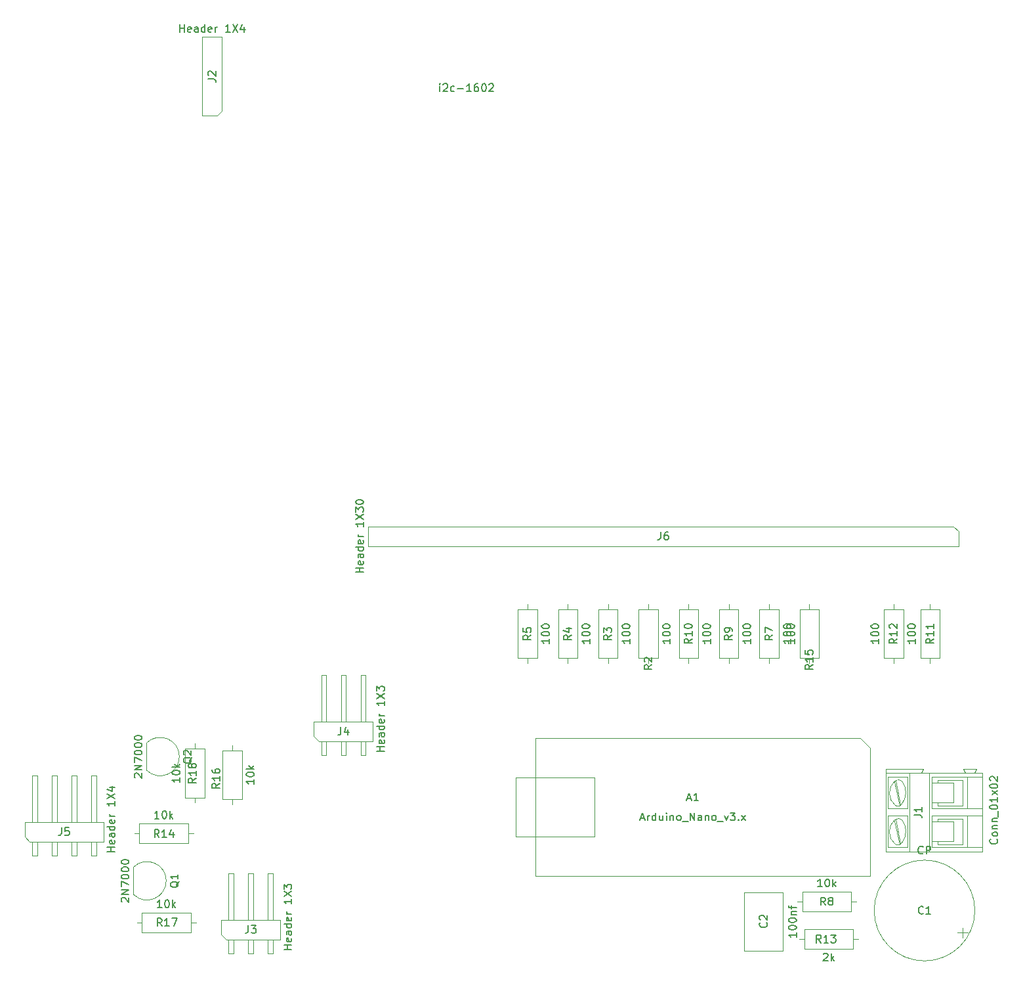
<source format=gbr>
G04 #@! TF.GenerationSoftware,KiCad,Pcbnew,(5.1.5)-3*
G04 #@! TF.CreationDate,2020-05-04T10:21:06+03:00*
G04 #@! TF.ProjectId,respirator-control_rev2,72657370-6972-4617-946f-722d636f6e74,rev?*
G04 #@! TF.SameCoordinates,Original*
G04 #@! TF.FileFunction,Other,Fab,Top*
%FSLAX46Y46*%
G04 Gerber Fmt 4.6, Leading zero omitted, Abs format (unit mm)*
G04 Created by KiCad (PCBNEW (5.1.5)-3) date 2020-05-04 10:21:06*
%MOMM*%
%LPD*%
G04 APERTURE LIST*
%ADD10C,0.100000*%
%ADD11C,0.150000*%
G04 APERTURE END LIST*
D10*
X156605300Y-191583500D02*
X156605300Y-190923500D01*
X156605300Y-183963500D02*
X156605300Y-184623500D01*
X157855300Y-190923500D02*
X157855300Y-184623500D01*
X155355300Y-190923500D02*
X157855300Y-190923500D01*
X155355300Y-184623500D02*
X155355300Y-190923500D01*
X157855300Y-184623500D02*
X155355300Y-184623500D01*
X149137700Y-207039400D02*
X149797700Y-207039400D01*
X156757700Y-207039400D02*
X156097700Y-207039400D01*
X149797700Y-208289400D02*
X156097700Y-208289400D01*
X149797700Y-205789400D02*
X149797700Y-208289400D01*
X156097700Y-205789400D02*
X149797700Y-205789400D01*
X156097700Y-208289400D02*
X156097700Y-205789400D01*
X161431300Y-184192100D02*
X161431300Y-184852100D01*
X161431300Y-191812100D02*
X161431300Y-191152100D01*
X160181300Y-184852100D02*
X160181300Y-191152100D01*
X162681300Y-184852100D02*
X160181300Y-184852100D01*
X162681300Y-191152100D02*
X162681300Y-184852100D01*
X160181300Y-191152100D02*
X162681300Y-191152100D01*
X148794800Y-195545900D02*
X149454800Y-195545900D01*
X156414800Y-195545900D02*
X155754800Y-195545900D01*
X149454800Y-196795900D02*
X155754800Y-196795900D01*
X149454800Y-194295900D02*
X149454800Y-196795900D01*
X155754800Y-194295900D02*
X149454800Y-194295900D01*
X155754800Y-196795900D02*
X155754800Y-194295900D01*
X150381275Y-183886275D02*
G75*
G02X154614900Y-185639900I1753625J-1753625D01*
G01*
X150381275Y-187393525D02*
G75*
G03X154614900Y-185639900I1753625J1753625D01*
G01*
X150384900Y-183869900D02*
X150384900Y-187369900D01*
X148692175Y-199900975D02*
G75*
G02X152925800Y-201654600I1753625J-1753625D01*
G01*
X148692175Y-203408225D02*
G75*
G03X152925800Y-201654600I1753625J1753625D01*
G01*
X148695800Y-199884600D02*
X148695800Y-203384600D01*
X143882400Y-194071300D02*
X143882400Y-188071300D01*
X143242400Y-188071300D02*
X143882400Y-188071300D01*
X143242400Y-194071300D02*
X143242400Y-188071300D01*
X143882400Y-198431300D02*
X143882400Y-196611300D01*
X143242400Y-198431300D02*
X143882400Y-198431300D01*
X143242400Y-198431300D02*
X143242400Y-196611300D01*
X141342400Y-194071300D02*
X141342400Y-188071300D01*
X140702400Y-188071300D02*
X141342400Y-188071300D01*
X140702400Y-194071300D02*
X140702400Y-188071300D01*
X141342400Y-198431300D02*
X141342400Y-196611300D01*
X140702400Y-198431300D02*
X141342400Y-198431300D01*
X140702400Y-198431300D02*
X140702400Y-196611300D01*
X138802400Y-194071300D02*
X138802400Y-188071300D01*
X138162400Y-188071300D02*
X138802400Y-188071300D01*
X138162400Y-194071300D02*
X138162400Y-188071300D01*
X138802400Y-198431300D02*
X138802400Y-196611300D01*
X138162400Y-198431300D02*
X138802400Y-198431300D01*
X138162400Y-198431300D02*
X138162400Y-196611300D01*
X136262400Y-194071300D02*
X136262400Y-188071300D01*
X135622400Y-188071300D02*
X136262400Y-188071300D01*
X135622400Y-194071300D02*
X135622400Y-188071300D01*
X136262400Y-198431300D02*
X136262400Y-196611300D01*
X135622400Y-198431300D02*
X136262400Y-198431300D01*
X135622400Y-198431300D02*
X135622400Y-196611300D01*
X135307400Y-196611300D02*
X134672400Y-195976300D01*
X144832400Y-196611300D02*
X135307400Y-196611300D01*
X144832400Y-194071300D02*
X144832400Y-196611300D01*
X134672400Y-194071300D02*
X144832400Y-194071300D01*
X134672400Y-195976300D02*
X134672400Y-194071300D01*
X178655000Y-181130000D02*
X178655000Y-175130000D01*
X178015000Y-175130000D02*
X178655000Y-175130000D01*
X178015000Y-181130000D02*
X178015000Y-175130000D01*
X178655000Y-185490000D02*
X178655000Y-183670000D01*
X178015000Y-185490000D02*
X178655000Y-185490000D01*
X178015000Y-185490000D02*
X178015000Y-183670000D01*
X176115000Y-181130000D02*
X176115000Y-175130000D01*
X175475000Y-175130000D02*
X176115000Y-175130000D01*
X175475000Y-181130000D02*
X175475000Y-175130000D01*
X176115000Y-185490000D02*
X176115000Y-183670000D01*
X175475000Y-185490000D02*
X176115000Y-185490000D01*
X175475000Y-185490000D02*
X175475000Y-183670000D01*
X173575000Y-181130000D02*
X173575000Y-175130000D01*
X172935000Y-175130000D02*
X173575000Y-175130000D01*
X172935000Y-181130000D02*
X172935000Y-175130000D01*
X173575000Y-185490000D02*
X173575000Y-183670000D01*
X172935000Y-185490000D02*
X173575000Y-185490000D01*
X172935000Y-185490000D02*
X172935000Y-183670000D01*
X172620000Y-183670000D02*
X171985000Y-183035000D01*
X179605000Y-183670000D02*
X172620000Y-183670000D01*
X179605000Y-181130000D02*
X179605000Y-183670000D01*
X171985000Y-181130000D02*
X179605000Y-181130000D01*
X171985000Y-183035000D02*
X171985000Y-181130000D01*
X166704300Y-206669700D02*
X166704300Y-200669700D01*
X166064300Y-200669700D02*
X166704300Y-200669700D01*
X166064300Y-206669700D02*
X166064300Y-200669700D01*
X166704300Y-211029700D02*
X166704300Y-209209700D01*
X166064300Y-211029700D02*
X166704300Y-211029700D01*
X166064300Y-211029700D02*
X166064300Y-209209700D01*
X164164300Y-206669700D02*
X164164300Y-200669700D01*
X163524300Y-200669700D02*
X164164300Y-200669700D01*
X163524300Y-206669700D02*
X163524300Y-200669700D01*
X164164300Y-211029700D02*
X164164300Y-209209700D01*
X163524300Y-211029700D02*
X164164300Y-211029700D01*
X163524300Y-211029700D02*
X163524300Y-209209700D01*
X161624300Y-206669700D02*
X161624300Y-200669700D01*
X160984300Y-200669700D02*
X161624300Y-200669700D01*
X160984300Y-206669700D02*
X160984300Y-200669700D01*
X161624300Y-211029700D02*
X161624300Y-209209700D01*
X160984300Y-211029700D02*
X161624300Y-211029700D01*
X160984300Y-211029700D02*
X160984300Y-209209700D01*
X160669300Y-209209700D02*
X160034300Y-208574700D01*
X167654300Y-209209700D02*
X160669300Y-209209700D01*
X167654300Y-206669700D02*
X167654300Y-209209700D01*
X160034300Y-206669700D02*
X167654300Y-206669700D01*
X160034300Y-208574700D02*
X160034300Y-206669700D01*
X160124000Y-102365000D02*
X159489000Y-103000000D01*
X160124000Y-92840000D02*
X160124000Y-102365000D01*
X157584000Y-92840000D02*
X160124000Y-92840000D01*
X157584000Y-103000000D02*
X157584000Y-92840000D01*
X159489000Y-103000000D02*
X157584000Y-103000000D01*
X227524000Y-203193000D02*
X227524000Y-210693000D01*
X232524000Y-203193000D02*
X227524000Y-203193000D01*
X232524000Y-210693000D02*
X232524000Y-203193000D01*
X227524000Y-210693000D02*
X232524000Y-210693000D01*
X242216000Y-209169000D02*
X241556000Y-209169000D01*
X234596000Y-209169000D02*
X235256000Y-209169000D01*
X241556000Y-207919000D02*
X235256000Y-207919000D01*
X241556000Y-210419000D02*
X241556000Y-207919000D01*
X235256000Y-210419000D02*
X241556000Y-210419000D01*
X235256000Y-207919000D02*
X235256000Y-210419000D01*
X234342000Y-204343000D02*
X235002000Y-204343000D01*
X241962000Y-204343000D02*
X241302000Y-204343000D01*
X235002000Y-205593000D02*
X241302000Y-205593000D01*
X235002000Y-203093000D02*
X235002000Y-205593000D01*
X241302000Y-203093000D02*
X235002000Y-203093000D01*
X241302000Y-205593000D02*
X241302000Y-203093000D01*
X243740000Y-201041000D02*
X200560000Y-201041000D01*
X243740000Y-184531000D02*
X243740000Y-201041000D01*
X242470000Y-183261000D02*
X243740000Y-184531000D01*
X200560000Y-183261000D02*
X242470000Y-183261000D01*
X200560000Y-201041000D02*
X200560000Y-183261000D01*
X198020000Y-188341000D02*
X208180000Y-188341000D01*
X198020000Y-195961000D02*
X198020000Y-188341000D01*
X208180000Y-195961000D02*
X198020000Y-195961000D01*
X208180000Y-188341000D02*
X208180000Y-195961000D01*
X254535000Y-196586000D02*
X254535000Y-194046000D01*
X254535000Y-194046000D02*
X251745000Y-194046000D01*
X251745000Y-196586000D02*
X251745000Y-194046000D01*
X254535000Y-196586000D02*
X251745000Y-196586000D01*
X254535000Y-191586000D02*
X254535000Y-189046000D01*
X254535000Y-189046000D02*
X251745000Y-189046000D01*
X251745000Y-191586000D02*
X251745000Y-189046000D01*
X254535000Y-191586000D02*
X251745000Y-191586000D01*
X245775000Y-187716000D02*
X248825000Y-187716000D01*
X245775000Y-187716000D02*
X245775000Y-197906000D01*
X245775000Y-187716000D02*
X245775000Y-187216000D01*
X245775000Y-187216000D02*
X250595000Y-187216000D01*
X250595000Y-187216000D02*
X250345000Y-187716000D01*
X257455000Y-187216000D02*
X257205000Y-187716000D01*
X257205000Y-187716000D02*
X258215000Y-187716000D01*
X255805000Y-187216000D02*
X256055000Y-187716000D01*
X256055000Y-187716000D02*
X257205000Y-187716000D01*
X255805000Y-187216000D02*
X257455000Y-187216000D01*
X258215000Y-192346000D02*
X256315000Y-192346000D01*
X251745000Y-188276000D02*
X256315000Y-188276000D01*
X258215000Y-192346000D02*
X258215000Y-188276000D01*
X258215000Y-188276000D02*
X258215000Y-187716000D01*
X258215000Y-193286000D02*
X256315000Y-193286000D01*
X258215000Y-193286000D02*
X258215000Y-192346000D01*
X251745000Y-197346000D02*
X256315000Y-197346000D01*
X258215000Y-197906000D02*
X258215000Y-197346000D01*
X258215000Y-197346000D02*
X258215000Y-193286000D01*
X256315000Y-192346000D02*
X256315000Y-188276000D01*
X256315000Y-192346000D02*
X251745000Y-192346000D01*
X256315000Y-188276000D02*
X258215000Y-188276000D01*
X256315000Y-193286000D02*
X256315000Y-197346000D01*
X256315000Y-193286000D02*
X251745000Y-193286000D01*
X256315000Y-197346000D02*
X258215000Y-197346000D01*
X255675000Y-188656000D02*
X252505000Y-188656000D01*
X255675000Y-188656000D02*
X255675000Y-191966000D01*
X255675000Y-191966000D02*
X252505000Y-191966000D01*
X255675000Y-193666000D02*
X252505000Y-193666000D01*
X255675000Y-193666000D02*
X255675000Y-196966000D01*
X255675000Y-196966000D02*
X252505000Y-196966000D01*
X252505000Y-196966000D02*
X252505000Y-196586000D01*
X252505000Y-193666000D02*
X252505000Y-194046000D01*
X252505000Y-191966000D02*
X252505000Y-191586000D01*
X252505000Y-188656000D02*
X252505000Y-189046000D01*
X258215000Y-197906000D02*
X251355000Y-197906000D01*
X251355000Y-197906000D02*
X248825000Y-197906000D01*
X250345000Y-187716000D02*
X251355000Y-187716000D01*
X251355000Y-187716000D02*
X256055000Y-187716000D01*
X248825000Y-197906000D02*
X248825000Y-187716000D01*
X248825000Y-197906000D02*
X245775000Y-197906000D01*
X248825000Y-187716000D02*
X250345000Y-187716000D01*
X248565000Y-192346000D02*
X246025000Y-192346000D01*
X246025000Y-192346000D02*
X246025000Y-188276000D01*
X246025000Y-188276000D02*
X248565000Y-188276000D01*
X248565000Y-188276000D02*
X248565000Y-192346000D01*
X248565000Y-193286000D02*
X246025000Y-193286000D01*
X248565000Y-193286000D02*
X248565000Y-197346000D01*
X248565000Y-197346000D02*
X246025000Y-197346000D01*
X246025000Y-193286000D02*
X246025000Y-197346000D01*
X247545000Y-191936000D02*
X246915000Y-188886000D01*
X247675000Y-191806000D02*
X247045000Y-188766000D01*
X247545000Y-196946000D02*
X246915000Y-193886000D01*
X247675000Y-196816000D02*
X247045000Y-193766000D01*
X251745000Y-197346000D02*
X251745000Y-196966000D01*
X251745000Y-193286000D02*
X251745000Y-193666000D01*
X251745000Y-193666000D02*
X251745000Y-196966000D01*
X251355000Y-197906000D02*
X251355000Y-196966000D01*
X251355000Y-196966000D02*
X251355000Y-193666000D01*
X251355000Y-193666000D02*
X251355000Y-191966000D01*
X251355000Y-187716000D02*
X251355000Y-188656000D01*
X251355000Y-188656000D02*
X251355000Y-191966000D01*
X251745000Y-188276000D02*
X251745000Y-188656000D01*
X251745000Y-192346000D02*
X251745000Y-191966000D01*
X251745000Y-191966000D02*
X251745000Y-188656000D01*
X247918995Y-188840468D02*
G75*
G03X246945000Y-188786000I-513995J-455532D01*
G01*
X247826737Y-191778333D02*
G75*
G03X247875000Y-188796000I-1901737J1522333D01*
G01*
X246933313Y-188787761D02*
G75*
G03X246995000Y-191936000I1351687J-1548239D01*
G01*
X246936301Y-191888972D02*
G75*
G03X247865000Y-191746000I408699J432972D01*
G01*
X247908996Y-193840380D02*
G75*
G03X246945000Y-193796000I-503996J-455620D01*
G01*
X247836418Y-196785829D02*
G75*
G03X247875000Y-193796000I-1911418J1519829D01*
G01*
X246923466Y-193786024D02*
G75*
G03X246995000Y-196946000I1361534J-1549976D01*
G01*
X246936301Y-196888972D02*
G75*
G03X247865000Y-196746000I408699J432972D01*
G01*
X257265000Y-205486000D02*
G75*
G03X257265000Y-205486000I-6500000J0D01*
G01*
X256347015Y-208333500D02*
X255047015Y-208333500D01*
X255697015Y-208983500D02*
X255697015Y-207683500D01*
X255170000Y-156591000D02*
X255170000Y-158496000D01*
X255170000Y-158496000D02*
X178970000Y-158496000D01*
X178970000Y-158496000D02*
X178970000Y-155956000D01*
X178970000Y-155956000D02*
X254535000Y-155956000D01*
X254535000Y-155956000D02*
X255170000Y-156591000D01*
X213876900Y-172949000D02*
X216376900Y-172949000D01*
X216376900Y-172949000D02*
X216376900Y-166649000D01*
X216376900Y-166649000D02*
X213876900Y-166649000D01*
X213876900Y-166649000D02*
X213876900Y-172949000D01*
X215126900Y-173609000D02*
X215126900Y-172949000D01*
X215126900Y-165989000D02*
X215126900Y-166649000D01*
X209932600Y-165989000D02*
X209932600Y-166649000D01*
X209932600Y-173609000D02*
X209932600Y-172949000D01*
X208682600Y-166649000D02*
X208682600Y-172949000D01*
X211182600Y-166649000D02*
X208682600Y-166649000D01*
X211182600Y-172949000D02*
X211182600Y-166649000D01*
X208682600Y-172949000D02*
X211182600Y-172949000D01*
X203488300Y-172949000D02*
X205988300Y-172949000D01*
X205988300Y-172949000D02*
X205988300Y-166649000D01*
X205988300Y-166649000D02*
X203488300Y-166649000D01*
X203488300Y-166649000D02*
X203488300Y-172949000D01*
X204738300Y-173609000D02*
X204738300Y-172949000D01*
X204738300Y-165989000D02*
X204738300Y-166649000D01*
X199544000Y-165989000D02*
X199544000Y-166649000D01*
X199544000Y-173609000D02*
X199544000Y-172949000D01*
X198294000Y-166649000D02*
X198294000Y-172949000D01*
X200794000Y-166649000D02*
X198294000Y-166649000D01*
X200794000Y-172949000D02*
X200794000Y-166649000D01*
X198294000Y-172949000D02*
X200794000Y-172949000D01*
X229459800Y-172949000D02*
X231959800Y-172949000D01*
X231959800Y-172949000D02*
X231959800Y-166649000D01*
X231959800Y-166649000D02*
X229459800Y-166649000D01*
X229459800Y-166649000D02*
X229459800Y-172949000D01*
X230709800Y-173609000D02*
X230709800Y-172949000D01*
X230709800Y-165989000D02*
X230709800Y-166649000D01*
X224265500Y-172949000D02*
X226765500Y-172949000D01*
X226765500Y-172949000D02*
X226765500Y-166649000D01*
X226765500Y-166649000D02*
X224265500Y-166649000D01*
X224265500Y-166649000D02*
X224265500Y-172949000D01*
X225515500Y-173609000D02*
X225515500Y-172949000D01*
X225515500Y-165989000D02*
X225515500Y-166649000D01*
X220321200Y-165989000D02*
X220321200Y-166649000D01*
X220321200Y-173609000D02*
X220321200Y-172949000D01*
X219071200Y-166649000D02*
X219071200Y-172949000D01*
X221571200Y-166649000D02*
X219071200Y-166649000D01*
X221571200Y-172949000D02*
X221571200Y-166649000D01*
X219071200Y-172949000D02*
X221571200Y-172949000D01*
X252737000Y-166649000D02*
X250237000Y-166649000D01*
X250237000Y-166649000D02*
X250237000Y-172949000D01*
X250237000Y-172949000D02*
X252737000Y-172949000D01*
X252737000Y-172949000D02*
X252737000Y-166649000D01*
X251487000Y-165989000D02*
X251487000Y-166649000D01*
X251487000Y-173609000D02*
X251487000Y-172949000D01*
X246788000Y-173609000D02*
X246788000Y-172949000D01*
X246788000Y-165989000D02*
X246788000Y-166649000D01*
X248038000Y-172949000D02*
X248038000Y-166649000D01*
X245538000Y-172949000D02*
X248038000Y-172949000D01*
X245538000Y-166649000D02*
X245538000Y-172949000D01*
X248038000Y-166649000D02*
X245538000Y-166649000D01*
X237154100Y-166649000D02*
X234654100Y-166649000D01*
X234654100Y-166649000D02*
X234654100Y-172949000D01*
X234654100Y-172949000D02*
X237154100Y-172949000D01*
X237154100Y-172949000D02*
X237154100Y-166649000D01*
X235904100Y-165989000D02*
X235904100Y-166649000D01*
X235904100Y-173609000D02*
X235904100Y-172949000D01*
D11*
X154687680Y-188368738D02*
X154687680Y-188940166D01*
X154687680Y-188654452D02*
X153687680Y-188654452D01*
X153830538Y-188749690D01*
X153925776Y-188844928D01*
X153973395Y-188940166D01*
X153687680Y-187749690D02*
X153687680Y-187654452D01*
X153735300Y-187559214D01*
X153782919Y-187511595D01*
X153878157Y-187463976D01*
X154068633Y-187416357D01*
X154306728Y-187416357D01*
X154497204Y-187463976D01*
X154592442Y-187511595D01*
X154640061Y-187559214D01*
X154687680Y-187654452D01*
X154687680Y-187749690D01*
X154640061Y-187844928D01*
X154592442Y-187892547D01*
X154497204Y-187940166D01*
X154306728Y-187987785D01*
X154068633Y-187987785D01*
X153878157Y-187940166D01*
X153782919Y-187892547D01*
X153735300Y-187844928D01*
X153687680Y-187749690D01*
X154687680Y-186987785D02*
X153687680Y-186987785D01*
X154306728Y-186892547D02*
X154687680Y-186606833D01*
X154021014Y-186606833D02*
X154401966Y-186987785D01*
X156790980Y-188429057D02*
X156314790Y-188762390D01*
X156790980Y-189000485D02*
X155790980Y-189000485D01*
X155790980Y-188619533D01*
X155838600Y-188524295D01*
X155886219Y-188476676D01*
X155981457Y-188429057D01*
X156124314Y-188429057D01*
X156219552Y-188476676D01*
X156267171Y-188524295D01*
X156314790Y-188619533D01*
X156314790Y-189000485D01*
X156790980Y-187476676D02*
X156790980Y-188048104D01*
X156790980Y-187762390D02*
X155790980Y-187762390D01*
X155933838Y-187857628D01*
X156029076Y-187952866D01*
X156076695Y-188048104D01*
X156219552Y-186905247D02*
X156171933Y-187000485D01*
X156124314Y-187048104D01*
X156029076Y-187095723D01*
X155981457Y-187095723D01*
X155886219Y-187048104D01*
X155838600Y-187000485D01*
X155790980Y-186905247D01*
X155790980Y-186714771D01*
X155838600Y-186619533D01*
X155886219Y-186571914D01*
X155981457Y-186524295D01*
X156029076Y-186524295D01*
X156124314Y-186571914D01*
X156171933Y-186619533D01*
X156219552Y-186714771D01*
X156219552Y-186905247D01*
X156267171Y-187000485D01*
X156314790Y-187048104D01*
X156410028Y-187095723D01*
X156600504Y-187095723D01*
X156695742Y-187048104D01*
X156743361Y-187000485D01*
X156790980Y-186905247D01*
X156790980Y-186714771D01*
X156743361Y-186619533D01*
X156695742Y-186571914D01*
X156600504Y-186524295D01*
X156410028Y-186524295D01*
X156314790Y-186571914D01*
X156267171Y-186619533D01*
X156219552Y-186714771D01*
X152352461Y-205121780D02*
X151781033Y-205121780D01*
X152066747Y-205121780D02*
X152066747Y-204121780D01*
X151971509Y-204264638D01*
X151876271Y-204359876D01*
X151781033Y-204407495D01*
X152971509Y-204121780D02*
X153066747Y-204121780D01*
X153161985Y-204169400D01*
X153209604Y-204217019D01*
X153257223Y-204312257D01*
X153304842Y-204502733D01*
X153304842Y-204740828D01*
X153257223Y-204931304D01*
X153209604Y-205026542D01*
X153161985Y-205074161D01*
X153066747Y-205121780D01*
X152971509Y-205121780D01*
X152876271Y-205074161D01*
X152828652Y-205026542D01*
X152781033Y-204931304D01*
X152733414Y-204740828D01*
X152733414Y-204502733D01*
X152781033Y-204312257D01*
X152828652Y-204217019D01*
X152876271Y-204169400D01*
X152971509Y-204121780D01*
X153733414Y-205121780D02*
X153733414Y-204121780D01*
X153828652Y-204740828D02*
X154114366Y-205121780D01*
X154114366Y-204455114D02*
X153733414Y-204836066D01*
X152352042Y-207494980D02*
X152018709Y-207018790D01*
X151780614Y-207494980D02*
X151780614Y-206494980D01*
X152161566Y-206494980D01*
X152256804Y-206542600D01*
X152304423Y-206590219D01*
X152352042Y-206685457D01*
X152352042Y-206828314D01*
X152304423Y-206923552D01*
X152256804Y-206971171D01*
X152161566Y-207018790D01*
X151780614Y-207018790D01*
X153304423Y-207494980D02*
X152732995Y-207494980D01*
X153018709Y-207494980D02*
X153018709Y-206494980D01*
X152923471Y-206637838D01*
X152828233Y-206733076D01*
X152732995Y-206780695D01*
X153637757Y-206494980D02*
X154304423Y-206494980D01*
X153875852Y-207494980D01*
X164253680Y-188597338D02*
X164253680Y-189168766D01*
X164253680Y-188883052D02*
X163253680Y-188883052D01*
X163396538Y-188978290D01*
X163491776Y-189073528D01*
X163539395Y-189168766D01*
X163253680Y-187978290D02*
X163253680Y-187883052D01*
X163301300Y-187787814D01*
X163348919Y-187740195D01*
X163444157Y-187692576D01*
X163634633Y-187644957D01*
X163872728Y-187644957D01*
X164063204Y-187692576D01*
X164158442Y-187740195D01*
X164206061Y-187787814D01*
X164253680Y-187883052D01*
X164253680Y-187978290D01*
X164206061Y-188073528D01*
X164158442Y-188121147D01*
X164063204Y-188168766D01*
X163872728Y-188216385D01*
X163634633Y-188216385D01*
X163444157Y-188168766D01*
X163348919Y-188121147D01*
X163301300Y-188073528D01*
X163253680Y-187978290D01*
X164253680Y-187216385D02*
X163253680Y-187216385D01*
X163872728Y-187121147D02*
X164253680Y-186835433D01*
X163587014Y-186835433D02*
X163967966Y-187216385D01*
X159838980Y-189102157D02*
X159362790Y-189435490D01*
X159838980Y-189673585D02*
X158838980Y-189673585D01*
X158838980Y-189292633D01*
X158886600Y-189197395D01*
X158934219Y-189149776D01*
X159029457Y-189102157D01*
X159172314Y-189102157D01*
X159267552Y-189149776D01*
X159315171Y-189197395D01*
X159362790Y-189292633D01*
X159362790Y-189673585D01*
X159838980Y-188149776D02*
X159838980Y-188721204D01*
X159838980Y-188435490D02*
X158838980Y-188435490D01*
X158981838Y-188530728D01*
X159077076Y-188625966D01*
X159124695Y-188721204D01*
X158838980Y-187292633D02*
X158838980Y-187483109D01*
X158886600Y-187578347D01*
X158934219Y-187625966D01*
X159077076Y-187721204D01*
X159267552Y-187768823D01*
X159648504Y-187768823D01*
X159743742Y-187721204D01*
X159791361Y-187673585D01*
X159838980Y-187578347D01*
X159838980Y-187387871D01*
X159791361Y-187292633D01*
X159743742Y-187245014D01*
X159648504Y-187197395D01*
X159410409Y-187197395D01*
X159315171Y-187245014D01*
X159267552Y-187292633D01*
X159219933Y-187387871D01*
X159219933Y-187578347D01*
X159267552Y-187673585D01*
X159315171Y-187721204D01*
X159410409Y-187768823D01*
X152009561Y-193628280D02*
X151438133Y-193628280D01*
X151723847Y-193628280D02*
X151723847Y-192628280D01*
X151628609Y-192771138D01*
X151533371Y-192866376D01*
X151438133Y-192913995D01*
X152628609Y-192628280D02*
X152723847Y-192628280D01*
X152819085Y-192675900D01*
X152866704Y-192723519D01*
X152914323Y-192818757D01*
X152961942Y-193009233D01*
X152961942Y-193247328D01*
X152914323Y-193437804D01*
X152866704Y-193533042D01*
X152819085Y-193580661D01*
X152723847Y-193628280D01*
X152628609Y-193628280D01*
X152533371Y-193580661D01*
X152485752Y-193533042D01*
X152438133Y-193437804D01*
X152390514Y-193247328D01*
X152390514Y-193009233D01*
X152438133Y-192818757D01*
X152485752Y-192723519D01*
X152533371Y-192675900D01*
X152628609Y-192628280D01*
X153390514Y-193628280D02*
X153390514Y-192628280D01*
X153485752Y-193247328D02*
X153771466Y-193628280D01*
X153771466Y-192961614D02*
X153390514Y-193342566D01*
X152008742Y-196052280D02*
X151675409Y-195576090D01*
X151437314Y-196052280D02*
X151437314Y-195052280D01*
X151818266Y-195052280D01*
X151913504Y-195099900D01*
X151961123Y-195147519D01*
X152008742Y-195242757D01*
X152008742Y-195385614D01*
X151961123Y-195480852D01*
X151913504Y-195528471D01*
X151818266Y-195576090D01*
X151437314Y-195576090D01*
X152961123Y-196052280D02*
X152389695Y-196052280D01*
X152675409Y-196052280D02*
X152675409Y-195052280D01*
X152580171Y-195195138D01*
X152484933Y-195290376D01*
X152389695Y-195337995D01*
X153818266Y-195385614D02*
X153818266Y-196052280D01*
X153580171Y-195004661D02*
X153342076Y-195718947D01*
X153961123Y-195718947D01*
X148892519Y-188354185D02*
X148844900Y-188306566D01*
X148797280Y-188211328D01*
X148797280Y-187973233D01*
X148844900Y-187877995D01*
X148892519Y-187830376D01*
X148987757Y-187782757D01*
X149082995Y-187782757D01*
X149225852Y-187830376D01*
X149797280Y-188401804D01*
X149797280Y-187782757D01*
X149797280Y-187354185D02*
X148797280Y-187354185D01*
X149797280Y-186782757D01*
X148797280Y-186782757D01*
X148797280Y-186401804D02*
X148797280Y-185735138D01*
X149797280Y-186163709D01*
X148797280Y-185163709D02*
X148797280Y-185068471D01*
X148844900Y-184973233D01*
X148892519Y-184925614D01*
X148987757Y-184877995D01*
X149178233Y-184830376D01*
X149416328Y-184830376D01*
X149606804Y-184877995D01*
X149702042Y-184925614D01*
X149749661Y-184973233D01*
X149797280Y-185068471D01*
X149797280Y-185163709D01*
X149749661Y-185258947D01*
X149702042Y-185306566D01*
X149606804Y-185354185D01*
X149416328Y-185401804D01*
X149178233Y-185401804D01*
X148987757Y-185354185D01*
X148892519Y-185306566D01*
X148844900Y-185258947D01*
X148797280Y-185163709D01*
X148797280Y-184211328D02*
X148797280Y-184116090D01*
X148844900Y-184020852D01*
X148892519Y-183973233D01*
X148987757Y-183925614D01*
X149178233Y-183877995D01*
X149416328Y-183877995D01*
X149606804Y-183925614D01*
X149702042Y-183973233D01*
X149749661Y-184020852D01*
X149797280Y-184116090D01*
X149797280Y-184211328D01*
X149749661Y-184306566D01*
X149702042Y-184354185D01*
X149606804Y-184401804D01*
X149416328Y-184449423D01*
X149178233Y-184449423D01*
X148987757Y-184401804D01*
X148892519Y-184354185D01*
X148844900Y-184306566D01*
X148797280Y-184211328D01*
X148797280Y-183258947D02*
X148797280Y-183163709D01*
X148844900Y-183068471D01*
X148892519Y-183020852D01*
X148987757Y-182973233D01*
X149178233Y-182925614D01*
X149416328Y-182925614D01*
X149606804Y-182973233D01*
X149702042Y-183020852D01*
X149749661Y-183068471D01*
X149797280Y-183163709D01*
X149797280Y-183258947D01*
X149749661Y-183354185D01*
X149702042Y-183401804D01*
X149606804Y-183449423D01*
X149416328Y-183497042D01*
X149178233Y-183497042D01*
X148987757Y-183449423D01*
X148892519Y-183401804D01*
X148844900Y-183354185D01*
X148797280Y-183258947D01*
X156242519Y-185735138D02*
X156194900Y-185830376D01*
X156099661Y-185925614D01*
X155956804Y-186068471D01*
X155909185Y-186163709D01*
X155909185Y-186258947D01*
X156147280Y-186211328D02*
X156099661Y-186306566D01*
X156004423Y-186401804D01*
X155813947Y-186449423D01*
X155480614Y-186449423D01*
X155290138Y-186401804D01*
X155194900Y-186306566D01*
X155147280Y-186211328D01*
X155147280Y-186020852D01*
X155194900Y-185925614D01*
X155290138Y-185830376D01*
X155480614Y-185782757D01*
X155813947Y-185782757D01*
X156004423Y-185830376D01*
X156099661Y-185925614D01*
X156147280Y-186020852D01*
X156147280Y-186211328D01*
X155242519Y-185401804D02*
X155194900Y-185354185D01*
X155147280Y-185258947D01*
X155147280Y-185020852D01*
X155194900Y-184925614D01*
X155242519Y-184877995D01*
X155337757Y-184830376D01*
X155432995Y-184830376D01*
X155575852Y-184877995D01*
X156147280Y-185449423D01*
X156147280Y-184830376D01*
X147203419Y-204368885D02*
X147155800Y-204321266D01*
X147108180Y-204226028D01*
X147108180Y-203987933D01*
X147155800Y-203892695D01*
X147203419Y-203845076D01*
X147298657Y-203797457D01*
X147393895Y-203797457D01*
X147536752Y-203845076D01*
X148108180Y-204416504D01*
X148108180Y-203797457D01*
X148108180Y-203368885D02*
X147108180Y-203368885D01*
X148108180Y-202797457D01*
X147108180Y-202797457D01*
X147108180Y-202416504D02*
X147108180Y-201749838D01*
X148108180Y-202178409D01*
X147108180Y-201178409D02*
X147108180Y-201083171D01*
X147155800Y-200987933D01*
X147203419Y-200940314D01*
X147298657Y-200892695D01*
X147489133Y-200845076D01*
X147727228Y-200845076D01*
X147917704Y-200892695D01*
X148012942Y-200940314D01*
X148060561Y-200987933D01*
X148108180Y-201083171D01*
X148108180Y-201178409D01*
X148060561Y-201273647D01*
X148012942Y-201321266D01*
X147917704Y-201368885D01*
X147727228Y-201416504D01*
X147489133Y-201416504D01*
X147298657Y-201368885D01*
X147203419Y-201321266D01*
X147155800Y-201273647D01*
X147108180Y-201178409D01*
X147108180Y-200226028D02*
X147108180Y-200130790D01*
X147155800Y-200035552D01*
X147203419Y-199987933D01*
X147298657Y-199940314D01*
X147489133Y-199892695D01*
X147727228Y-199892695D01*
X147917704Y-199940314D01*
X148012942Y-199987933D01*
X148060561Y-200035552D01*
X148108180Y-200130790D01*
X148108180Y-200226028D01*
X148060561Y-200321266D01*
X148012942Y-200368885D01*
X147917704Y-200416504D01*
X147727228Y-200464123D01*
X147489133Y-200464123D01*
X147298657Y-200416504D01*
X147203419Y-200368885D01*
X147155800Y-200321266D01*
X147108180Y-200226028D01*
X147108180Y-199273647D02*
X147108180Y-199178409D01*
X147155800Y-199083171D01*
X147203419Y-199035552D01*
X147298657Y-198987933D01*
X147489133Y-198940314D01*
X147727228Y-198940314D01*
X147917704Y-198987933D01*
X148012942Y-199035552D01*
X148060561Y-199083171D01*
X148108180Y-199178409D01*
X148108180Y-199273647D01*
X148060561Y-199368885D01*
X148012942Y-199416504D01*
X147917704Y-199464123D01*
X147727228Y-199511742D01*
X147489133Y-199511742D01*
X147298657Y-199464123D01*
X147203419Y-199416504D01*
X147155800Y-199368885D01*
X147108180Y-199273647D01*
X154553419Y-201749838D02*
X154505800Y-201845076D01*
X154410561Y-201940314D01*
X154267704Y-202083171D01*
X154220085Y-202178409D01*
X154220085Y-202273647D01*
X154458180Y-202226028D02*
X154410561Y-202321266D01*
X154315323Y-202416504D01*
X154124847Y-202464123D01*
X153791514Y-202464123D01*
X153601038Y-202416504D01*
X153505800Y-202321266D01*
X153458180Y-202226028D01*
X153458180Y-202035552D01*
X153505800Y-201940314D01*
X153601038Y-201845076D01*
X153791514Y-201797457D01*
X154124847Y-201797457D01*
X154315323Y-201845076D01*
X154410561Y-201940314D01*
X154458180Y-202035552D01*
X154458180Y-202226028D01*
X154458180Y-200845076D02*
X154458180Y-201416504D01*
X154458180Y-201130790D02*
X153458180Y-201130790D01*
X153601038Y-201226028D01*
X153696276Y-201321266D01*
X153743895Y-201416504D01*
X146284780Y-197892966D02*
X145284780Y-197892966D01*
X145760971Y-197892966D02*
X145760971Y-197321538D01*
X146284780Y-197321538D02*
X145284780Y-197321538D01*
X146237161Y-196464395D02*
X146284780Y-196559633D01*
X146284780Y-196750109D01*
X146237161Y-196845347D01*
X146141923Y-196892966D01*
X145760971Y-196892966D01*
X145665733Y-196845347D01*
X145618114Y-196750109D01*
X145618114Y-196559633D01*
X145665733Y-196464395D01*
X145760971Y-196416776D01*
X145856209Y-196416776D01*
X145951447Y-196892966D01*
X146284780Y-195559633D02*
X145760971Y-195559633D01*
X145665733Y-195607252D01*
X145618114Y-195702490D01*
X145618114Y-195892966D01*
X145665733Y-195988204D01*
X146237161Y-195559633D02*
X146284780Y-195654871D01*
X146284780Y-195892966D01*
X146237161Y-195988204D01*
X146141923Y-196035823D01*
X146046685Y-196035823D01*
X145951447Y-195988204D01*
X145903828Y-195892966D01*
X145903828Y-195654871D01*
X145856209Y-195559633D01*
X146284780Y-194654871D02*
X145284780Y-194654871D01*
X146237161Y-194654871D02*
X146284780Y-194750109D01*
X146284780Y-194940585D01*
X146237161Y-195035823D01*
X146189542Y-195083442D01*
X146094304Y-195131061D01*
X145808590Y-195131061D01*
X145713352Y-195083442D01*
X145665733Y-195035823D01*
X145618114Y-194940585D01*
X145618114Y-194750109D01*
X145665733Y-194654871D01*
X146237161Y-193797728D02*
X146284780Y-193892966D01*
X146284780Y-194083442D01*
X146237161Y-194178680D01*
X146141923Y-194226300D01*
X145760971Y-194226300D01*
X145665733Y-194178680D01*
X145618114Y-194083442D01*
X145618114Y-193892966D01*
X145665733Y-193797728D01*
X145760971Y-193750109D01*
X145856209Y-193750109D01*
X145951447Y-194226300D01*
X146284780Y-193321538D02*
X145618114Y-193321538D01*
X145808590Y-193321538D02*
X145713352Y-193273919D01*
X145665733Y-193226300D01*
X145618114Y-193131061D01*
X145618114Y-193035823D01*
X146284780Y-191416776D02*
X146284780Y-191988204D01*
X146284780Y-191702490D02*
X145284780Y-191702490D01*
X145427638Y-191797728D01*
X145522876Y-191892966D01*
X145570495Y-191988204D01*
X145284780Y-191083442D02*
X146284780Y-190416776D01*
X145284780Y-190416776D02*
X146284780Y-191083442D01*
X145618114Y-189607252D02*
X146284780Y-189607252D01*
X145237161Y-189845347D02*
X145951447Y-190083442D01*
X145951447Y-189464395D01*
X139419066Y-194793680D02*
X139419066Y-195507966D01*
X139371447Y-195650823D01*
X139276209Y-195746061D01*
X139133352Y-195793680D01*
X139038114Y-195793680D01*
X140371447Y-194793680D02*
X139895257Y-194793680D01*
X139847638Y-195269871D01*
X139895257Y-195222252D01*
X139990495Y-195174633D01*
X140228590Y-195174633D01*
X140323828Y-195222252D01*
X140371447Y-195269871D01*
X140419066Y-195365109D01*
X140419066Y-195603204D01*
X140371447Y-195698442D01*
X140323828Y-195746061D01*
X140228590Y-195793680D01*
X139990495Y-195793680D01*
X139895257Y-195746061D01*
X139847638Y-195698442D01*
X181057380Y-184951666D02*
X180057380Y-184951666D01*
X180533571Y-184951666D02*
X180533571Y-184380238D01*
X181057380Y-184380238D02*
X180057380Y-184380238D01*
X181009761Y-183523095D02*
X181057380Y-183618333D01*
X181057380Y-183808809D01*
X181009761Y-183904047D01*
X180914523Y-183951666D01*
X180533571Y-183951666D01*
X180438333Y-183904047D01*
X180390714Y-183808809D01*
X180390714Y-183618333D01*
X180438333Y-183523095D01*
X180533571Y-183475476D01*
X180628809Y-183475476D01*
X180724047Y-183951666D01*
X181057380Y-182618333D02*
X180533571Y-182618333D01*
X180438333Y-182665952D01*
X180390714Y-182761190D01*
X180390714Y-182951666D01*
X180438333Y-183046904D01*
X181009761Y-182618333D02*
X181057380Y-182713571D01*
X181057380Y-182951666D01*
X181009761Y-183046904D01*
X180914523Y-183094523D01*
X180819285Y-183094523D01*
X180724047Y-183046904D01*
X180676428Y-182951666D01*
X180676428Y-182713571D01*
X180628809Y-182618333D01*
X181057380Y-181713571D02*
X180057380Y-181713571D01*
X181009761Y-181713571D02*
X181057380Y-181808809D01*
X181057380Y-181999285D01*
X181009761Y-182094523D01*
X180962142Y-182142142D01*
X180866904Y-182189761D01*
X180581190Y-182189761D01*
X180485952Y-182142142D01*
X180438333Y-182094523D01*
X180390714Y-181999285D01*
X180390714Y-181808809D01*
X180438333Y-181713571D01*
X181009761Y-180856428D02*
X181057380Y-180951666D01*
X181057380Y-181142142D01*
X181009761Y-181237380D01*
X180914523Y-181285000D01*
X180533571Y-181285000D01*
X180438333Y-181237380D01*
X180390714Y-181142142D01*
X180390714Y-180951666D01*
X180438333Y-180856428D01*
X180533571Y-180808809D01*
X180628809Y-180808809D01*
X180724047Y-181285000D01*
X181057380Y-180380238D02*
X180390714Y-180380238D01*
X180581190Y-180380238D02*
X180485952Y-180332619D01*
X180438333Y-180285000D01*
X180390714Y-180189761D01*
X180390714Y-180094523D01*
X181057380Y-178475476D02*
X181057380Y-179046904D01*
X181057380Y-178761190D02*
X180057380Y-178761190D01*
X180200238Y-178856428D01*
X180295476Y-178951666D01*
X180343095Y-179046904D01*
X180057380Y-178142142D02*
X181057380Y-177475476D01*
X180057380Y-177475476D02*
X181057380Y-178142142D01*
X180057380Y-177189761D02*
X180057380Y-176570714D01*
X180438333Y-176904047D01*
X180438333Y-176761190D01*
X180485952Y-176665952D01*
X180533571Y-176618333D01*
X180628809Y-176570714D01*
X180866904Y-176570714D01*
X180962142Y-176618333D01*
X181009761Y-176665952D01*
X181057380Y-176761190D01*
X181057380Y-177046904D01*
X181009761Y-177142142D01*
X180962142Y-177189761D01*
X175461666Y-181852380D02*
X175461666Y-182566666D01*
X175414047Y-182709523D01*
X175318809Y-182804761D01*
X175175952Y-182852380D01*
X175080714Y-182852380D01*
X176366428Y-182185714D02*
X176366428Y-182852380D01*
X176128333Y-181804761D02*
X175890238Y-182519047D01*
X176509285Y-182519047D01*
X169106680Y-210491366D02*
X168106680Y-210491366D01*
X168582871Y-210491366D02*
X168582871Y-209919938D01*
X169106680Y-209919938D02*
X168106680Y-209919938D01*
X169059061Y-209062795D02*
X169106680Y-209158033D01*
X169106680Y-209348509D01*
X169059061Y-209443747D01*
X168963823Y-209491366D01*
X168582871Y-209491366D01*
X168487633Y-209443747D01*
X168440014Y-209348509D01*
X168440014Y-209158033D01*
X168487633Y-209062795D01*
X168582871Y-209015176D01*
X168678109Y-209015176D01*
X168773347Y-209491366D01*
X169106680Y-208158033D02*
X168582871Y-208158033D01*
X168487633Y-208205652D01*
X168440014Y-208300890D01*
X168440014Y-208491366D01*
X168487633Y-208586604D01*
X169059061Y-208158033D02*
X169106680Y-208253271D01*
X169106680Y-208491366D01*
X169059061Y-208586604D01*
X168963823Y-208634223D01*
X168868585Y-208634223D01*
X168773347Y-208586604D01*
X168725728Y-208491366D01*
X168725728Y-208253271D01*
X168678109Y-208158033D01*
X169106680Y-207253271D02*
X168106680Y-207253271D01*
X169059061Y-207253271D02*
X169106680Y-207348509D01*
X169106680Y-207538985D01*
X169059061Y-207634223D01*
X169011442Y-207681842D01*
X168916204Y-207729461D01*
X168630490Y-207729461D01*
X168535252Y-207681842D01*
X168487633Y-207634223D01*
X168440014Y-207538985D01*
X168440014Y-207348509D01*
X168487633Y-207253271D01*
X169059061Y-206396128D02*
X169106680Y-206491366D01*
X169106680Y-206681842D01*
X169059061Y-206777080D01*
X168963823Y-206824700D01*
X168582871Y-206824700D01*
X168487633Y-206777080D01*
X168440014Y-206681842D01*
X168440014Y-206491366D01*
X168487633Y-206396128D01*
X168582871Y-206348509D01*
X168678109Y-206348509D01*
X168773347Y-206824700D01*
X169106680Y-205919938D02*
X168440014Y-205919938D01*
X168630490Y-205919938D02*
X168535252Y-205872319D01*
X168487633Y-205824700D01*
X168440014Y-205729461D01*
X168440014Y-205634223D01*
X169106680Y-204015176D02*
X169106680Y-204586604D01*
X169106680Y-204300890D02*
X168106680Y-204300890D01*
X168249538Y-204396128D01*
X168344776Y-204491366D01*
X168392395Y-204586604D01*
X168106680Y-203681842D02*
X169106680Y-203015176D01*
X168106680Y-203015176D02*
X169106680Y-203681842D01*
X168106680Y-202729461D02*
X168106680Y-202110414D01*
X168487633Y-202443747D01*
X168487633Y-202300890D01*
X168535252Y-202205652D01*
X168582871Y-202158033D01*
X168678109Y-202110414D01*
X168916204Y-202110414D01*
X169011442Y-202158033D01*
X169059061Y-202205652D01*
X169106680Y-202300890D01*
X169106680Y-202586604D01*
X169059061Y-202681842D01*
X169011442Y-202729461D01*
X163510966Y-207392080D02*
X163510966Y-208106366D01*
X163463347Y-208249223D01*
X163368109Y-208344461D01*
X163225252Y-208392080D01*
X163130014Y-208392080D01*
X163891919Y-207392080D02*
X164510966Y-207392080D01*
X164177633Y-207773033D01*
X164320490Y-207773033D01*
X164415728Y-207820652D01*
X164463347Y-207868271D01*
X164510966Y-207963509D01*
X164510966Y-208201604D01*
X164463347Y-208296842D01*
X164415728Y-208344461D01*
X164320490Y-208392080D01*
X164034776Y-208392080D01*
X163939538Y-208344461D01*
X163891919Y-208296842D01*
X154687333Y-92232380D02*
X154687333Y-91232380D01*
X154687333Y-91708571D02*
X155258761Y-91708571D01*
X155258761Y-92232380D02*
X155258761Y-91232380D01*
X156115904Y-92184761D02*
X156020666Y-92232380D01*
X155830190Y-92232380D01*
X155734952Y-92184761D01*
X155687333Y-92089523D01*
X155687333Y-91708571D01*
X155734952Y-91613333D01*
X155830190Y-91565714D01*
X156020666Y-91565714D01*
X156115904Y-91613333D01*
X156163523Y-91708571D01*
X156163523Y-91803809D01*
X155687333Y-91899047D01*
X157020666Y-92232380D02*
X157020666Y-91708571D01*
X156973047Y-91613333D01*
X156877809Y-91565714D01*
X156687333Y-91565714D01*
X156592095Y-91613333D01*
X157020666Y-92184761D02*
X156925428Y-92232380D01*
X156687333Y-92232380D01*
X156592095Y-92184761D01*
X156544476Y-92089523D01*
X156544476Y-91994285D01*
X156592095Y-91899047D01*
X156687333Y-91851428D01*
X156925428Y-91851428D01*
X157020666Y-91803809D01*
X157925428Y-92232380D02*
X157925428Y-91232380D01*
X157925428Y-92184761D02*
X157830190Y-92232380D01*
X157639714Y-92232380D01*
X157544476Y-92184761D01*
X157496857Y-92137142D01*
X157449238Y-92041904D01*
X157449238Y-91756190D01*
X157496857Y-91660952D01*
X157544476Y-91613333D01*
X157639714Y-91565714D01*
X157830190Y-91565714D01*
X157925428Y-91613333D01*
X158782571Y-92184761D02*
X158687333Y-92232380D01*
X158496857Y-92232380D01*
X158401619Y-92184761D01*
X158354000Y-92089523D01*
X158354000Y-91708571D01*
X158401619Y-91613333D01*
X158496857Y-91565714D01*
X158687333Y-91565714D01*
X158782571Y-91613333D01*
X158830190Y-91708571D01*
X158830190Y-91803809D01*
X158354000Y-91899047D01*
X159258761Y-92232380D02*
X159258761Y-91565714D01*
X159258761Y-91756190D02*
X159306380Y-91660952D01*
X159354000Y-91613333D01*
X159449238Y-91565714D01*
X159544476Y-91565714D01*
X161163523Y-92232380D02*
X160592095Y-92232380D01*
X160877809Y-92232380D02*
X160877809Y-91232380D01*
X160782571Y-91375238D01*
X160687333Y-91470476D01*
X160592095Y-91518095D01*
X161496857Y-91232380D02*
X162163523Y-92232380D01*
X162163523Y-91232380D02*
X161496857Y-92232380D01*
X162973047Y-91565714D02*
X162973047Y-92232380D01*
X162734952Y-91184761D02*
X162496857Y-91899047D01*
X163115904Y-91899047D01*
X158306380Y-98253333D02*
X159020666Y-98253333D01*
X159163523Y-98300952D01*
X159258761Y-98396190D01*
X159306380Y-98539047D01*
X159306380Y-98634285D01*
X158401619Y-97824761D02*
X158354000Y-97777142D01*
X158306380Y-97681904D01*
X158306380Y-97443809D01*
X158354000Y-97348571D01*
X158401619Y-97300952D01*
X158496857Y-97253333D01*
X158592095Y-97253333D01*
X158734952Y-97300952D01*
X159306380Y-97872380D01*
X159306380Y-97253333D01*
X188241428Y-99885380D02*
X188241428Y-99218714D01*
X188241428Y-98885380D02*
X188193809Y-98933000D01*
X188241428Y-98980619D01*
X188289047Y-98933000D01*
X188241428Y-98885380D01*
X188241428Y-98980619D01*
X188670000Y-98980619D02*
X188717619Y-98933000D01*
X188812857Y-98885380D01*
X189050952Y-98885380D01*
X189146190Y-98933000D01*
X189193809Y-98980619D01*
X189241428Y-99075857D01*
X189241428Y-99171095D01*
X189193809Y-99313952D01*
X188622380Y-99885380D01*
X189241428Y-99885380D01*
X190098571Y-99837761D02*
X190003333Y-99885380D01*
X189812857Y-99885380D01*
X189717619Y-99837761D01*
X189670000Y-99790142D01*
X189622380Y-99694904D01*
X189622380Y-99409190D01*
X189670000Y-99313952D01*
X189717619Y-99266333D01*
X189812857Y-99218714D01*
X190003333Y-99218714D01*
X190098571Y-99266333D01*
X190527142Y-99504428D02*
X191289047Y-99504428D01*
X192289047Y-99885380D02*
X191717619Y-99885380D01*
X192003333Y-99885380D02*
X192003333Y-98885380D01*
X191908095Y-99028238D01*
X191812857Y-99123476D01*
X191717619Y-99171095D01*
X193146190Y-98885380D02*
X192955714Y-98885380D01*
X192860476Y-98933000D01*
X192812857Y-98980619D01*
X192717619Y-99123476D01*
X192670000Y-99313952D01*
X192670000Y-99694904D01*
X192717619Y-99790142D01*
X192765238Y-99837761D01*
X192860476Y-99885380D01*
X193050952Y-99885380D01*
X193146190Y-99837761D01*
X193193809Y-99790142D01*
X193241428Y-99694904D01*
X193241428Y-99456809D01*
X193193809Y-99361571D01*
X193146190Y-99313952D01*
X193050952Y-99266333D01*
X192860476Y-99266333D01*
X192765238Y-99313952D01*
X192717619Y-99361571D01*
X192670000Y-99456809D01*
X193860476Y-98885380D02*
X193955714Y-98885380D01*
X194050952Y-98933000D01*
X194098571Y-98980619D01*
X194146190Y-99075857D01*
X194193809Y-99266333D01*
X194193809Y-99504428D01*
X194146190Y-99694904D01*
X194098571Y-99790142D01*
X194050952Y-99837761D01*
X193955714Y-99885380D01*
X193860476Y-99885380D01*
X193765238Y-99837761D01*
X193717619Y-99790142D01*
X193670000Y-99694904D01*
X193622380Y-99504428D01*
X193622380Y-99266333D01*
X193670000Y-99075857D01*
X193717619Y-98980619D01*
X193765238Y-98933000D01*
X193860476Y-98885380D01*
X194574761Y-98980619D02*
X194622380Y-98933000D01*
X194717619Y-98885380D01*
X194955714Y-98885380D01*
X195050952Y-98933000D01*
X195098571Y-98980619D01*
X195146190Y-99075857D01*
X195146190Y-99171095D01*
X195098571Y-99313952D01*
X194527142Y-99885380D01*
X195146190Y-99885380D01*
X234226380Y-208347761D02*
X234226380Y-208919190D01*
X234226380Y-208633476D02*
X233226380Y-208633476D01*
X233369238Y-208728714D01*
X233464476Y-208823952D01*
X233512095Y-208919190D01*
X233226380Y-207728714D02*
X233226380Y-207633476D01*
X233274000Y-207538238D01*
X233321619Y-207490619D01*
X233416857Y-207443000D01*
X233607333Y-207395380D01*
X233845428Y-207395380D01*
X234035904Y-207443000D01*
X234131142Y-207490619D01*
X234178761Y-207538238D01*
X234226380Y-207633476D01*
X234226380Y-207728714D01*
X234178761Y-207823952D01*
X234131142Y-207871571D01*
X234035904Y-207919190D01*
X233845428Y-207966809D01*
X233607333Y-207966809D01*
X233416857Y-207919190D01*
X233321619Y-207871571D01*
X233274000Y-207823952D01*
X233226380Y-207728714D01*
X233226380Y-206776333D02*
X233226380Y-206681095D01*
X233274000Y-206585857D01*
X233321619Y-206538238D01*
X233416857Y-206490619D01*
X233607333Y-206443000D01*
X233845428Y-206443000D01*
X234035904Y-206490619D01*
X234131142Y-206538238D01*
X234178761Y-206585857D01*
X234226380Y-206681095D01*
X234226380Y-206776333D01*
X234178761Y-206871571D01*
X234131142Y-206919190D01*
X234035904Y-206966809D01*
X233845428Y-207014428D01*
X233607333Y-207014428D01*
X233416857Y-206966809D01*
X233321619Y-206919190D01*
X233274000Y-206871571D01*
X233226380Y-206776333D01*
X233559714Y-206014428D02*
X234226380Y-206014428D01*
X233654952Y-206014428D02*
X233607333Y-205966809D01*
X233559714Y-205871571D01*
X233559714Y-205728714D01*
X233607333Y-205633476D01*
X233702571Y-205585857D01*
X234226380Y-205585857D01*
X233559714Y-205252523D02*
X233559714Y-204871571D01*
X234226380Y-205109666D02*
X233369238Y-205109666D01*
X233274000Y-205062047D01*
X233226380Y-204966809D01*
X233226380Y-204871571D01*
X230381142Y-207049666D02*
X230428761Y-207097285D01*
X230476380Y-207240142D01*
X230476380Y-207335380D01*
X230428761Y-207478238D01*
X230333523Y-207573476D01*
X230238285Y-207621095D01*
X230047809Y-207668714D01*
X229904952Y-207668714D01*
X229714476Y-207621095D01*
X229619238Y-207573476D01*
X229524000Y-207478238D01*
X229476380Y-207335380D01*
X229476380Y-207240142D01*
X229524000Y-207097285D01*
X229571619Y-207049666D01*
X229571619Y-206668714D02*
X229524000Y-206621095D01*
X229476380Y-206525857D01*
X229476380Y-206287761D01*
X229524000Y-206192523D01*
X229571619Y-206144904D01*
X229666857Y-206097285D01*
X229762095Y-206097285D01*
X229904952Y-206144904D01*
X230476380Y-206716333D01*
X230476380Y-206097285D01*
X237715523Y-211086619D02*
X237763142Y-211039000D01*
X237858380Y-210991380D01*
X238096476Y-210991380D01*
X238191714Y-211039000D01*
X238239333Y-211086619D01*
X238286952Y-211181857D01*
X238286952Y-211277095D01*
X238239333Y-211419952D01*
X237667904Y-211991380D01*
X238286952Y-211991380D01*
X238715523Y-211991380D02*
X238715523Y-210991380D01*
X238810761Y-211610428D02*
X239096476Y-211991380D01*
X239096476Y-211324714D02*
X238715523Y-211705666D01*
X237417142Y-209640380D02*
X237083809Y-209164190D01*
X236845714Y-209640380D02*
X236845714Y-208640380D01*
X237226666Y-208640380D01*
X237321904Y-208688000D01*
X237369523Y-208735619D01*
X237417142Y-208830857D01*
X237417142Y-208973714D01*
X237369523Y-209068952D01*
X237321904Y-209116571D01*
X237226666Y-209164190D01*
X236845714Y-209164190D01*
X238369523Y-209640380D02*
X237798095Y-209640380D01*
X238083809Y-209640380D02*
X238083809Y-208640380D01*
X237988571Y-208783238D01*
X237893333Y-208878476D01*
X237798095Y-208926095D01*
X238702857Y-208640380D02*
X239321904Y-208640380D01*
X238988571Y-209021333D01*
X239131428Y-209021333D01*
X239226666Y-209068952D01*
X239274285Y-209116571D01*
X239321904Y-209211809D01*
X239321904Y-209449904D01*
X239274285Y-209545142D01*
X239226666Y-209592761D01*
X239131428Y-209640380D01*
X238845714Y-209640380D01*
X238750476Y-209592761D01*
X238702857Y-209545142D01*
X237556761Y-202425380D02*
X236985333Y-202425380D01*
X237271047Y-202425380D02*
X237271047Y-201425380D01*
X237175809Y-201568238D01*
X237080571Y-201663476D01*
X236985333Y-201711095D01*
X238175809Y-201425380D02*
X238271047Y-201425380D01*
X238366285Y-201473000D01*
X238413904Y-201520619D01*
X238461523Y-201615857D01*
X238509142Y-201806333D01*
X238509142Y-202044428D01*
X238461523Y-202234904D01*
X238413904Y-202330142D01*
X238366285Y-202377761D01*
X238271047Y-202425380D01*
X238175809Y-202425380D01*
X238080571Y-202377761D01*
X238032952Y-202330142D01*
X237985333Y-202234904D01*
X237937714Y-202044428D01*
X237937714Y-201806333D01*
X237985333Y-201615857D01*
X238032952Y-201520619D01*
X238080571Y-201473000D01*
X238175809Y-201425380D01*
X238937714Y-202425380D02*
X238937714Y-201425380D01*
X239032952Y-202044428D02*
X239318666Y-202425380D01*
X239318666Y-201758714D02*
X238937714Y-202139666D01*
X237985333Y-204795380D02*
X237652000Y-204319190D01*
X237413904Y-204795380D02*
X237413904Y-203795380D01*
X237794857Y-203795380D01*
X237890095Y-203843000D01*
X237937714Y-203890619D01*
X237985333Y-203985857D01*
X237985333Y-204128714D01*
X237937714Y-204223952D01*
X237890095Y-204271571D01*
X237794857Y-204319190D01*
X237413904Y-204319190D01*
X238556761Y-204223952D02*
X238461523Y-204176333D01*
X238413904Y-204128714D01*
X238366285Y-204033476D01*
X238366285Y-203985857D01*
X238413904Y-203890619D01*
X238461523Y-203843000D01*
X238556761Y-203795380D01*
X238747238Y-203795380D01*
X238842476Y-203843000D01*
X238890095Y-203890619D01*
X238937714Y-203985857D01*
X238937714Y-204033476D01*
X238890095Y-204128714D01*
X238842476Y-204176333D01*
X238747238Y-204223952D01*
X238556761Y-204223952D01*
X238461523Y-204271571D01*
X238413904Y-204319190D01*
X238366285Y-204414428D01*
X238366285Y-204604904D01*
X238413904Y-204700142D01*
X238461523Y-204747761D01*
X238556761Y-204795380D01*
X238747238Y-204795380D01*
X238842476Y-204747761D01*
X238890095Y-204700142D01*
X238937714Y-204604904D01*
X238937714Y-204414428D01*
X238890095Y-204319190D01*
X238842476Y-204271571D01*
X238747238Y-204223952D01*
X214141904Y-193587666D02*
X214618095Y-193587666D01*
X214046666Y-193873380D02*
X214380000Y-192873380D01*
X214713333Y-193873380D01*
X215046666Y-193873380D02*
X215046666Y-193206714D01*
X215046666Y-193397190D02*
X215094285Y-193301952D01*
X215141904Y-193254333D01*
X215237142Y-193206714D01*
X215332380Y-193206714D01*
X216094285Y-193873380D02*
X216094285Y-192873380D01*
X216094285Y-193825761D02*
X215999047Y-193873380D01*
X215808571Y-193873380D01*
X215713333Y-193825761D01*
X215665714Y-193778142D01*
X215618095Y-193682904D01*
X215618095Y-193397190D01*
X215665714Y-193301952D01*
X215713333Y-193254333D01*
X215808571Y-193206714D01*
X215999047Y-193206714D01*
X216094285Y-193254333D01*
X216999047Y-193206714D02*
X216999047Y-193873380D01*
X216570476Y-193206714D02*
X216570476Y-193730523D01*
X216618095Y-193825761D01*
X216713333Y-193873380D01*
X216856190Y-193873380D01*
X216951428Y-193825761D01*
X216999047Y-193778142D01*
X217475238Y-193873380D02*
X217475238Y-193206714D01*
X217475238Y-192873380D02*
X217427619Y-192921000D01*
X217475238Y-192968619D01*
X217522857Y-192921000D01*
X217475238Y-192873380D01*
X217475238Y-192968619D01*
X217951428Y-193206714D02*
X217951428Y-193873380D01*
X217951428Y-193301952D02*
X217999047Y-193254333D01*
X218094285Y-193206714D01*
X218237142Y-193206714D01*
X218332380Y-193254333D01*
X218380000Y-193349571D01*
X218380000Y-193873380D01*
X218999047Y-193873380D02*
X218903809Y-193825761D01*
X218856190Y-193778142D01*
X218808571Y-193682904D01*
X218808571Y-193397190D01*
X218856190Y-193301952D01*
X218903809Y-193254333D01*
X218999047Y-193206714D01*
X219141904Y-193206714D01*
X219237142Y-193254333D01*
X219284761Y-193301952D01*
X219332380Y-193397190D01*
X219332380Y-193682904D01*
X219284761Y-193778142D01*
X219237142Y-193825761D01*
X219141904Y-193873380D01*
X218999047Y-193873380D01*
X219522857Y-193968619D02*
X220284761Y-193968619D01*
X220522857Y-193873380D02*
X220522857Y-192873380D01*
X221094285Y-193873380D01*
X221094285Y-192873380D01*
X221999047Y-193873380D02*
X221999047Y-193349571D01*
X221951428Y-193254333D01*
X221856190Y-193206714D01*
X221665714Y-193206714D01*
X221570476Y-193254333D01*
X221999047Y-193825761D02*
X221903809Y-193873380D01*
X221665714Y-193873380D01*
X221570476Y-193825761D01*
X221522857Y-193730523D01*
X221522857Y-193635285D01*
X221570476Y-193540047D01*
X221665714Y-193492428D01*
X221903809Y-193492428D01*
X221999047Y-193444809D01*
X222475238Y-193206714D02*
X222475238Y-193873380D01*
X222475238Y-193301952D02*
X222522857Y-193254333D01*
X222618095Y-193206714D01*
X222760952Y-193206714D01*
X222856190Y-193254333D01*
X222903809Y-193349571D01*
X222903809Y-193873380D01*
X223522857Y-193873380D02*
X223427619Y-193825761D01*
X223380000Y-193778142D01*
X223332380Y-193682904D01*
X223332380Y-193397190D01*
X223380000Y-193301952D01*
X223427619Y-193254333D01*
X223522857Y-193206714D01*
X223665714Y-193206714D01*
X223760952Y-193254333D01*
X223808571Y-193301952D01*
X223856190Y-193397190D01*
X223856190Y-193682904D01*
X223808571Y-193778142D01*
X223760952Y-193825761D01*
X223665714Y-193873380D01*
X223522857Y-193873380D01*
X224046666Y-193968619D02*
X224808571Y-193968619D01*
X224951428Y-193206714D02*
X225189523Y-193873380D01*
X225427619Y-193206714D01*
X225713333Y-192873380D02*
X226332380Y-192873380D01*
X225999047Y-193254333D01*
X226141904Y-193254333D01*
X226237142Y-193301952D01*
X226284761Y-193349571D01*
X226332380Y-193444809D01*
X226332380Y-193682904D01*
X226284761Y-193778142D01*
X226237142Y-193825761D01*
X226141904Y-193873380D01*
X225856190Y-193873380D01*
X225760952Y-193825761D01*
X225713333Y-193778142D01*
X226760952Y-193778142D02*
X226808571Y-193825761D01*
X226760952Y-193873380D01*
X226713333Y-193825761D01*
X226760952Y-193778142D01*
X226760952Y-193873380D01*
X227141904Y-193873380D02*
X227665714Y-193206714D01*
X227141904Y-193206714D02*
X227665714Y-193873380D01*
X220165714Y-191047666D02*
X220641904Y-191047666D01*
X220070476Y-191333380D02*
X220403809Y-190333380D01*
X220737142Y-191333380D01*
X221594285Y-191333380D02*
X221022857Y-191333380D01*
X221308571Y-191333380D02*
X221308571Y-190333380D01*
X221213333Y-190476238D01*
X221118095Y-190571476D01*
X221022857Y-190619095D01*
X260102142Y-196284095D02*
X260149761Y-196331714D01*
X260197380Y-196474571D01*
X260197380Y-196569809D01*
X260149761Y-196712666D01*
X260054523Y-196807904D01*
X259959285Y-196855523D01*
X259768809Y-196903142D01*
X259625952Y-196903142D01*
X259435476Y-196855523D01*
X259340238Y-196807904D01*
X259245000Y-196712666D01*
X259197380Y-196569809D01*
X259197380Y-196474571D01*
X259245000Y-196331714D01*
X259292619Y-196284095D01*
X260197380Y-195712666D02*
X260149761Y-195807904D01*
X260102142Y-195855523D01*
X260006904Y-195903142D01*
X259721190Y-195903142D01*
X259625952Y-195855523D01*
X259578333Y-195807904D01*
X259530714Y-195712666D01*
X259530714Y-195569809D01*
X259578333Y-195474571D01*
X259625952Y-195426952D01*
X259721190Y-195379333D01*
X260006904Y-195379333D01*
X260102142Y-195426952D01*
X260149761Y-195474571D01*
X260197380Y-195569809D01*
X260197380Y-195712666D01*
X259530714Y-194950761D02*
X260197380Y-194950761D01*
X259625952Y-194950761D02*
X259578333Y-194903142D01*
X259530714Y-194807904D01*
X259530714Y-194665047D01*
X259578333Y-194569809D01*
X259673571Y-194522190D01*
X260197380Y-194522190D01*
X259530714Y-194046000D02*
X260197380Y-194046000D01*
X259625952Y-194046000D02*
X259578333Y-193998380D01*
X259530714Y-193903142D01*
X259530714Y-193760285D01*
X259578333Y-193665047D01*
X259673571Y-193617428D01*
X260197380Y-193617428D01*
X260292619Y-193379333D02*
X260292619Y-192617428D01*
X259197380Y-192188857D02*
X259197380Y-192093619D01*
X259245000Y-191998380D01*
X259292619Y-191950761D01*
X259387857Y-191903142D01*
X259578333Y-191855523D01*
X259816428Y-191855523D01*
X260006904Y-191903142D01*
X260102142Y-191950761D01*
X260149761Y-191998380D01*
X260197380Y-192093619D01*
X260197380Y-192188857D01*
X260149761Y-192284095D01*
X260102142Y-192331714D01*
X260006904Y-192379333D01*
X259816428Y-192426952D01*
X259578333Y-192426952D01*
X259387857Y-192379333D01*
X259292619Y-192331714D01*
X259245000Y-192284095D01*
X259197380Y-192188857D01*
X260197380Y-190903142D02*
X260197380Y-191474571D01*
X260197380Y-191188857D02*
X259197380Y-191188857D01*
X259340238Y-191284095D01*
X259435476Y-191379333D01*
X259483095Y-191474571D01*
X260197380Y-190569809D02*
X259530714Y-190046000D01*
X259530714Y-190569809D02*
X260197380Y-190046000D01*
X259197380Y-189474571D02*
X259197380Y-189379333D01*
X259245000Y-189284095D01*
X259292619Y-189236476D01*
X259387857Y-189188857D01*
X259578333Y-189141238D01*
X259816428Y-189141238D01*
X260006904Y-189188857D01*
X260102142Y-189236476D01*
X260149761Y-189284095D01*
X260197380Y-189379333D01*
X260197380Y-189474571D01*
X260149761Y-189569809D01*
X260102142Y-189617428D01*
X260006904Y-189665047D01*
X259816428Y-189712666D01*
X259578333Y-189712666D01*
X259387857Y-189665047D01*
X259292619Y-189617428D01*
X259245000Y-189569809D01*
X259197380Y-189474571D01*
X259292619Y-188760285D02*
X259245000Y-188712666D01*
X259197380Y-188617428D01*
X259197380Y-188379333D01*
X259245000Y-188284095D01*
X259292619Y-188236476D01*
X259387857Y-188188857D01*
X259483095Y-188188857D01*
X259625952Y-188236476D01*
X260197380Y-188807904D01*
X260197380Y-188188857D01*
X249447380Y-193159333D02*
X250161666Y-193159333D01*
X250304523Y-193206952D01*
X250399761Y-193302190D01*
X250447380Y-193445047D01*
X250447380Y-193540285D01*
X250447380Y-192159333D02*
X250447380Y-192730761D01*
X250447380Y-192445047D02*
X249447380Y-192445047D01*
X249590238Y-192540285D01*
X249685476Y-192635523D01*
X249733095Y-192730761D01*
X250574523Y-198093142D02*
X250526904Y-198140761D01*
X250384047Y-198188380D01*
X250288809Y-198188380D01*
X250145952Y-198140761D01*
X250050714Y-198045523D01*
X250003095Y-197950285D01*
X249955476Y-197759809D01*
X249955476Y-197616952D01*
X250003095Y-197426476D01*
X250050714Y-197331238D01*
X250145952Y-197236000D01*
X250288809Y-197188380D01*
X250384047Y-197188380D01*
X250526904Y-197236000D01*
X250574523Y-197283619D01*
X251003095Y-198188380D02*
X251003095Y-197188380D01*
X251384047Y-197188380D01*
X251479285Y-197236000D01*
X251526904Y-197283619D01*
X251574523Y-197378857D01*
X251574523Y-197521714D01*
X251526904Y-197616952D01*
X251479285Y-197664571D01*
X251384047Y-197712190D01*
X251003095Y-197712190D01*
X250598333Y-205843142D02*
X250550714Y-205890761D01*
X250407857Y-205938380D01*
X250312619Y-205938380D01*
X250169761Y-205890761D01*
X250074523Y-205795523D01*
X250026904Y-205700285D01*
X249979285Y-205509809D01*
X249979285Y-205366952D01*
X250026904Y-205176476D01*
X250074523Y-205081238D01*
X250169761Y-204986000D01*
X250312619Y-204938380D01*
X250407857Y-204938380D01*
X250550714Y-204986000D01*
X250598333Y-205033619D01*
X251550714Y-205938380D02*
X250979285Y-205938380D01*
X251265000Y-205938380D02*
X251265000Y-204938380D01*
X251169761Y-205081238D01*
X251074523Y-205176476D01*
X250979285Y-205224095D01*
X178362380Y-161868857D02*
X177362380Y-161868857D01*
X177838571Y-161868857D02*
X177838571Y-161297428D01*
X178362380Y-161297428D02*
X177362380Y-161297428D01*
X178314761Y-160440285D02*
X178362380Y-160535523D01*
X178362380Y-160726000D01*
X178314761Y-160821238D01*
X178219523Y-160868857D01*
X177838571Y-160868857D01*
X177743333Y-160821238D01*
X177695714Y-160726000D01*
X177695714Y-160535523D01*
X177743333Y-160440285D01*
X177838571Y-160392666D01*
X177933809Y-160392666D01*
X178029047Y-160868857D01*
X178362380Y-159535523D02*
X177838571Y-159535523D01*
X177743333Y-159583142D01*
X177695714Y-159678380D01*
X177695714Y-159868857D01*
X177743333Y-159964095D01*
X178314761Y-159535523D02*
X178362380Y-159630761D01*
X178362380Y-159868857D01*
X178314761Y-159964095D01*
X178219523Y-160011714D01*
X178124285Y-160011714D01*
X178029047Y-159964095D01*
X177981428Y-159868857D01*
X177981428Y-159630761D01*
X177933809Y-159535523D01*
X178362380Y-158630761D02*
X177362380Y-158630761D01*
X178314761Y-158630761D02*
X178362380Y-158726000D01*
X178362380Y-158916476D01*
X178314761Y-159011714D01*
X178267142Y-159059333D01*
X178171904Y-159106952D01*
X177886190Y-159106952D01*
X177790952Y-159059333D01*
X177743333Y-159011714D01*
X177695714Y-158916476D01*
X177695714Y-158726000D01*
X177743333Y-158630761D01*
X178314761Y-157773619D02*
X178362380Y-157868857D01*
X178362380Y-158059333D01*
X178314761Y-158154571D01*
X178219523Y-158202190D01*
X177838571Y-158202190D01*
X177743333Y-158154571D01*
X177695714Y-158059333D01*
X177695714Y-157868857D01*
X177743333Y-157773619D01*
X177838571Y-157726000D01*
X177933809Y-157726000D01*
X178029047Y-158202190D01*
X178362380Y-157297428D02*
X177695714Y-157297428D01*
X177886190Y-157297428D02*
X177790952Y-157249809D01*
X177743333Y-157202190D01*
X177695714Y-157106952D01*
X177695714Y-157011714D01*
X178362380Y-155392666D02*
X178362380Y-155964095D01*
X178362380Y-155678380D02*
X177362380Y-155678380D01*
X177505238Y-155773619D01*
X177600476Y-155868857D01*
X177648095Y-155964095D01*
X177362380Y-155059333D02*
X178362380Y-154392666D01*
X177362380Y-154392666D02*
X178362380Y-155059333D01*
X177362380Y-154106952D02*
X177362380Y-153487904D01*
X177743333Y-153821238D01*
X177743333Y-153678380D01*
X177790952Y-153583142D01*
X177838571Y-153535523D01*
X177933809Y-153487904D01*
X178171904Y-153487904D01*
X178267142Y-153535523D01*
X178314761Y-153583142D01*
X178362380Y-153678380D01*
X178362380Y-153964095D01*
X178314761Y-154059333D01*
X178267142Y-154106952D01*
X177362380Y-152868857D02*
X177362380Y-152773619D01*
X177410000Y-152678380D01*
X177457619Y-152630761D01*
X177552857Y-152583142D01*
X177743333Y-152535523D01*
X177981428Y-152535523D01*
X178171904Y-152583142D01*
X178267142Y-152630761D01*
X178314761Y-152678380D01*
X178362380Y-152773619D01*
X178362380Y-152868857D01*
X178314761Y-152964095D01*
X178267142Y-153011714D01*
X178171904Y-153059333D01*
X177981428Y-153106952D01*
X177743333Y-153106952D01*
X177552857Y-153059333D01*
X177457619Y-153011714D01*
X177410000Y-152964095D01*
X177362380Y-152868857D01*
X216736666Y-156678380D02*
X216736666Y-157392666D01*
X216689047Y-157535523D01*
X216593809Y-157630761D01*
X216450952Y-157678380D01*
X216355714Y-157678380D01*
X217641428Y-156678380D02*
X217450952Y-156678380D01*
X217355714Y-156726000D01*
X217308095Y-156773619D01*
X217212857Y-156916476D01*
X217165238Y-157106952D01*
X217165238Y-157487904D01*
X217212857Y-157583142D01*
X217260476Y-157630761D01*
X217355714Y-157678380D01*
X217546190Y-157678380D01*
X217641428Y-157630761D01*
X217689047Y-157583142D01*
X217736666Y-157487904D01*
X217736666Y-157249809D01*
X217689047Y-157154571D01*
X217641428Y-157106952D01*
X217546190Y-157059333D01*
X217355714Y-157059333D01*
X217260476Y-157106952D01*
X217212857Y-157154571D01*
X217165238Y-157249809D01*
X217949280Y-170465666D02*
X217949280Y-171037095D01*
X217949280Y-170751380D02*
X216949280Y-170751380D01*
X217092138Y-170846619D01*
X217187376Y-170941857D01*
X217234995Y-171037095D01*
X216949280Y-169846619D02*
X216949280Y-169751380D01*
X216996900Y-169656142D01*
X217044519Y-169608523D01*
X217139757Y-169560904D01*
X217330233Y-169513285D01*
X217568328Y-169513285D01*
X217758804Y-169560904D01*
X217854042Y-169608523D01*
X217901661Y-169656142D01*
X217949280Y-169751380D01*
X217949280Y-169846619D01*
X217901661Y-169941857D01*
X217854042Y-169989476D01*
X217758804Y-170037095D01*
X217568328Y-170084714D01*
X217330233Y-170084714D01*
X217139757Y-170037095D01*
X217044519Y-169989476D01*
X216996900Y-169941857D01*
X216949280Y-169846619D01*
X216949280Y-168894238D02*
X216949280Y-168799000D01*
X216996900Y-168703761D01*
X217044519Y-168656142D01*
X217139757Y-168608523D01*
X217330233Y-168560904D01*
X217568328Y-168560904D01*
X217758804Y-168608523D01*
X217854042Y-168656142D01*
X217901661Y-168703761D01*
X217949280Y-168799000D01*
X217949280Y-168894238D01*
X217901661Y-168989476D01*
X217854042Y-169037095D01*
X217758804Y-169084714D01*
X217568328Y-169132333D01*
X217330233Y-169132333D01*
X217139757Y-169084714D01*
X217044519Y-169037095D01*
X216996900Y-168989476D01*
X216949280Y-168894238D01*
X215579280Y-173799477D02*
X215103090Y-174132811D01*
X215579280Y-174370906D02*
X214579280Y-174370906D01*
X214579280Y-173989953D01*
X214626900Y-173894715D01*
X214674519Y-173847096D01*
X214769757Y-173799477D01*
X214912614Y-173799477D01*
X215007852Y-173847096D01*
X215055471Y-173894715D01*
X215103090Y-173989953D01*
X215103090Y-174370906D01*
X214674519Y-173418525D02*
X214626900Y-173370906D01*
X214579280Y-173275668D01*
X214579280Y-173037572D01*
X214626900Y-172942334D01*
X214674519Y-172894715D01*
X214769757Y-172847096D01*
X214864995Y-172847096D01*
X215007852Y-172894715D01*
X215579280Y-173466144D01*
X215579280Y-172847096D01*
X212754980Y-170465666D02*
X212754980Y-171037095D01*
X212754980Y-170751380D02*
X211754980Y-170751380D01*
X211897838Y-170846619D01*
X211993076Y-170941857D01*
X212040695Y-171037095D01*
X211754980Y-169846619D02*
X211754980Y-169751380D01*
X211802600Y-169656142D01*
X211850219Y-169608523D01*
X211945457Y-169560904D01*
X212135933Y-169513285D01*
X212374028Y-169513285D01*
X212564504Y-169560904D01*
X212659742Y-169608523D01*
X212707361Y-169656142D01*
X212754980Y-169751380D01*
X212754980Y-169846619D01*
X212707361Y-169941857D01*
X212659742Y-169989476D01*
X212564504Y-170037095D01*
X212374028Y-170084714D01*
X212135933Y-170084714D01*
X211945457Y-170037095D01*
X211850219Y-169989476D01*
X211802600Y-169941857D01*
X211754980Y-169846619D01*
X211754980Y-168894238D02*
X211754980Y-168799000D01*
X211802600Y-168703761D01*
X211850219Y-168656142D01*
X211945457Y-168608523D01*
X212135933Y-168560904D01*
X212374028Y-168560904D01*
X212564504Y-168608523D01*
X212659742Y-168656142D01*
X212707361Y-168703761D01*
X212754980Y-168799000D01*
X212754980Y-168894238D01*
X212707361Y-168989476D01*
X212659742Y-169037095D01*
X212564504Y-169084714D01*
X212374028Y-169132333D01*
X212135933Y-169132333D01*
X211945457Y-169084714D01*
X211850219Y-169037095D01*
X211802600Y-168989476D01*
X211754980Y-168894238D01*
X210384980Y-169965666D02*
X209908790Y-170299000D01*
X210384980Y-170537095D02*
X209384980Y-170537095D01*
X209384980Y-170156142D01*
X209432600Y-170060904D01*
X209480219Y-170013285D01*
X209575457Y-169965666D01*
X209718314Y-169965666D01*
X209813552Y-170013285D01*
X209861171Y-170060904D01*
X209908790Y-170156142D01*
X209908790Y-170537095D01*
X209384980Y-169632333D02*
X209384980Y-169013285D01*
X209765933Y-169346619D01*
X209765933Y-169203761D01*
X209813552Y-169108523D01*
X209861171Y-169060904D01*
X209956409Y-169013285D01*
X210194504Y-169013285D01*
X210289742Y-169060904D01*
X210337361Y-169108523D01*
X210384980Y-169203761D01*
X210384980Y-169489476D01*
X210337361Y-169584714D01*
X210289742Y-169632333D01*
X207560680Y-170465666D02*
X207560680Y-171037095D01*
X207560680Y-170751380D02*
X206560680Y-170751380D01*
X206703538Y-170846619D01*
X206798776Y-170941857D01*
X206846395Y-171037095D01*
X206560680Y-169846619D02*
X206560680Y-169751380D01*
X206608300Y-169656142D01*
X206655919Y-169608523D01*
X206751157Y-169560904D01*
X206941633Y-169513285D01*
X207179728Y-169513285D01*
X207370204Y-169560904D01*
X207465442Y-169608523D01*
X207513061Y-169656142D01*
X207560680Y-169751380D01*
X207560680Y-169846619D01*
X207513061Y-169941857D01*
X207465442Y-169989476D01*
X207370204Y-170037095D01*
X207179728Y-170084714D01*
X206941633Y-170084714D01*
X206751157Y-170037095D01*
X206655919Y-169989476D01*
X206608300Y-169941857D01*
X206560680Y-169846619D01*
X206560680Y-168894238D02*
X206560680Y-168799000D01*
X206608300Y-168703761D01*
X206655919Y-168656142D01*
X206751157Y-168608523D01*
X206941633Y-168560904D01*
X207179728Y-168560904D01*
X207370204Y-168608523D01*
X207465442Y-168656142D01*
X207513061Y-168703761D01*
X207560680Y-168799000D01*
X207560680Y-168894238D01*
X207513061Y-168989476D01*
X207465442Y-169037095D01*
X207370204Y-169084714D01*
X207179728Y-169132333D01*
X206941633Y-169132333D01*
X206751157Y-169084714D01*
X206655919Y-169037095D01*
X206608300Y-168989476D01*
X206560680Y-168894238D01*
X205190680Y-169965666D02*
X204714490Y-170299000D01*
X205190680Y-170537095D02*
X204190680Y-170537095D01*
X204190680Y-170156142D01*
X204238300Y-170060904D01*
X204285919Y-170013285D01*
X204381157Y-169965666D01*
X204524014Y-169965666D01*
X204619252Y-170013285D01*
X204666871Y-170060904D01*
X204714490Y-170156142D01*
X204714490Y-170537095D01*
X204524014Y-169108523D02*
X205190680Y-169108523D01*
X204143061Y-169346619D02*
X204857347Y-169584714D01*
X204857347Y-168965666D01*
X202366380Y-170465666D02*
X202366380Y-171037095D01*
X202366380Y-170751380D02*
X201366380Y-170751380D01*
X201509238Y-170846619D01*
X201604476Y-170941857D01*
X201652095Y-171037095D01*
X201366380Y-169846619D02*
X201366380Y-169751380D01*
X201414000Y-169656142D01*
X201461619Y-169608523D01*
X201556857Y-169560904D01*
X201747333Y-169513285D01*
X201985428Y-169513285D01*
X202175904Y-169560904D01*
X202271142Y-169608523D01*
X202318761Y-169656142D01*
X202366380Y-169751380D01*
X202366380Y-169846619D01*
X202318761Y-169941857D01*
X202271142Y-169989476D01*
X202175904Y-170037095D01*
X201985428Y-170084714D01*
X201747333Y-170084714D01*
X201556857Y-170037095D01*
X201461619Y-169989476D01*
X201414000Y-169941857D01*
X201366380Y-169846619D01*
X201366380Y-168894238D02*
X201366380Y-168799000D01*
X201414000Y-168703761D01*
X201461619Y-168656142D01*
X201556857Y-168608523D01*
X201747333Y-168560904D01*
X201985428Y-168560904D01*
X202175904Y-168608523D01*
X202271142Y-168656142D01*
X202318761Y-168703761D01*
X202366380Y-168799000D01*
X202366380Y-168894238D01*
X202318761Y-168989476D01*
X202271142Y-169037095D01*
X202175904Y-169084714D01*
X201985428Y-169132333D01*
X201747333Y-169132333D01*
X201556857Y-169084714D01*
X201461619Y-169037095D01*
X201414000Y-168989476D01*
X201366380Y-168894238D01*
X199996380Y-169965666D02*
X199520190Y-170299000D01*
X199996380Y-170537095D02*
X198996380Y-170537095D01*
X198996380Y-170156142D01*
X199044000Y-170060904D01*
X199091619Y-170013285D01*
X199186857Y-169965666D01*
X199329714Y-169965666D01*
X199424952Y-170013285D01*
X199472571Y-170060904D01*
X199520190Y-170156142D01*
X199520190Y-170537095D01*
X198996380Y-169060904D02*
X198996380Y-169537095D01*
X199472571Y-169584714D01*
X199424952Y-169537095D01*
X199377333Y-169441857D01*
X199377333Y-169203761D01*
X199424952Y-169108523D01*
X199472571Y-169060904D01*
X199567809Y-169013285D01*
X199805904Y-169013285D01*
X199901142Y-169060904D01*
X199948761Y-169108523D01*
X199996380Y-169203761D01*
X199996380Y-169441857D01*
X199948761Y-169537095D01*
X199901142Y-169584714D01*
X233532180Y-170465666D02*
X233532180Y-171037095D01*
X233532180Y-170751380D02*
X232532180Y-170751380D01*
X232675038Y-170846619D01*
X232770276Y-170941857D01*
X232817895Y-171037095D01*
X232532180Y-169846619D02*
X232532180Y-169751380D01*
X232579800Y-169656142D01*
X232627419Y-169608523D01*
X232722657Y-169560904D01*
X232913133Y-169513285D01*
X233151228Y-169513285D01*
X233341704Y-169560904D01*
X233436942Y-169608523D01*
X233484561Y-169656142D01*
X233532180Y-169751380D01*
X233532180Y-169846619D01*
X233484561Y-169941857D01*
X233436942Y-169989476D01*
X233341704Y-170037095D01*
X233151228Y-170084714D01*
X232913133Y-170084714D01*
X232722657Y-170037095D01*
X232627419Y-169989476D01*
X232579800Y-169941857D01*
X232532180Y-169846619D01*
X232532180Y-168894238D02*
X232532180Y-168799000D01*
X232579800Y-168703761D01*
X232627419Y-168656142D01*
X232722657Y-168608523D01*
X232913133Y-168560904D01*
X233151228Y-168560904D01*
X233341704Y-168608523D01*
X233436942Y-168656142D01*
X233484561Y-168703761D01*
X233532180Y-168799000D01*
X233532180Y-168894238D01*
X233484561Y-168989476D01*
X233436942Y-169037095D01*
X233341704Y-169084714D01*
X233151228Y-169132333D01*
X232913133Y-169132333D01*
X232722657Y-169084714D01*
X232627419Y-169037095D01*
X232579800Y-168989476D01*
X232532180Y-168894238D01*
X231162180Y-169965666D02*
X230685990Y-170299000D01*
X231162180Y-170537095D02*
X230162180Y-170537095D01*
X230162180Y-170156142D01*
X230209800Y-170060904D01*
X230257419Y-170013285D01*
X230352657Y-169965666D01*
X230495514Y-169965666D01*
X230590752Y-170013285D01*
X230638371Y-170060904D01*
X230685990Y-170156142D01*
X230685990Y-170537095D01*
X230162180Y-169632333D02*
X230162180Y-168965666D01*
X231162180Y-169394238D01*
X228337880Y-170465666D02*
X228337880Y-171037095D01*
X228337880Y-170751380D02*
X227337880Y-170751380D01*
X227480738Y-170846619D01*
X227575976Y-170941857D01*
X227623595Y-171037095D01*
X227337880Y-169846619D02*
X227337880Y-169751380D01*
X227385500Y-169656142D01*
X227433119Y-169608523D01*
X227528357Y-169560904D01*
X227718833Y-169513285D01*
X227956928Y-169513285D01*
X228147404Y-169560904D01*
X228242642Y-169608523D01*
X228290261Y-169656142D01*
X228337880Y-169751380D01*
X228337880Y-169846619D01*
X228290261Y-169941857D01*
X228242642Y-169989476D01*
X228147404Y-170037095D01*
X227956928Y-170084714D01*
X227718833Y-170084714D01*
X227528357Y-170037095D01*
X227433119Y-169989476D01*
X227385500Y-169941857D01*
X227337880Y-169846619D01*
X227337880Y-168894238D02*
X227337880Y-168799000D01*
X227385500Y-168703761D01*
X227433119Y-168656142D01*
X227528357Y-168608523D01*
X227718833Y-168560904D01*
X227956928Y-168560904D01*
X228147404Y-168608523D01*
X228242642Y-168656142D01*
X228290261Y-168703761D01*
X228337880Y-168799000D01*
X228337880Y-168894238D01*
X228290261Y-168989476D01*
X228242642Y-169037095D01*
X228147404Y-169084714D01*
X227956928Y-169132333D01*
X227718833Y-169132333D01*
X227528357Y-169084714D01*
X227433119Y-169037095D01*
X227385500Y-168989476D01*
X227337880Y-168894238D01*
X225967880Y-169965666D02*
X225491690Y-170299000D01*
X225967880Y-170537095D02*
X224967880Y-170537095D01*
X224967880Y-170156142D01*
X225015500Y-170060904D01*
X225063119Y-170013285D01*
X225158357Y-169965666D01*
X225301214Y-169965666D01*
X225396452Y-170013285D01*
X225444071Y-170060904D01*
X225491690Y-170156142D01*
X225491690Y-170537095D01*
X225967880Y-169489476D02*
X225967880Y-169299000D01*
X225920261Y-169203761D01*
X225872642Y-169156142D01*
X225729785Y-169060904D01*
X225539309Y-169013285D01*
X225158357Y-169013285D01*
X225063119Y-169060904D01*
X225015500Y-169108523D01*
X224967880Y-169203761D01*
X224967880Y-169394238D01*
X225015500Y-169489476D01*
X225063119Y-169537095D01*
X225158357Y-169584714D01*
X225396452Y-169584714D01*
X225491690Y-169537095D01*
X225539309Y-169489476D01*
X225586928Y-169394238D01*
X225586928Y-169203761D01*
X225539309Y-169108523D01*
X225491690Y-169060904D01*
X225396452Y-169013285D01*
X223143580Y-170465666D02*
X223143580Y-171037095D01*
X223143580Y-170751380D02*
X222143580Y-170751380D01*
X222286438Y-170846619D01*
X222381676Y-170941857D01*
X222429295Y-171037095D01*
X222143580Y-169846619D02*
X222143580Y-169751380D01*
X222191200Y-169656142D01*
X222238819Y-169608523D01*
X222334057Y-169560904D01*
X222524533Y-169513285D01*
X222762628Y-169513285D01*
X222953104Y-169560904D01*
X223048342Y-169608523D01*
X223095961Y-169656142D01*
X223143580Y-169751380D01*
X223143580Y-169846619D01*
X223095961Y-169941857D01*
X223048342Y-169989476D01*
X222953104Y-170037095D01*
X222762628Y-170084714D01*
X222524533Y-170084714D01*
X222334057Y-170037095D01*
X222238819Y-169989476D01*
X222191200Y-169941857D01*
X222143580Y-169846619D01*
X222143580Y-168894238D02*
X222143580Y-168799000D01*
X222191200Y-168703761D01*
X222238819Y-168656142D01*
X222334057Y-168608523D01*
X222524533Y-168560904D01*
X222762628Y-168560904D01*
X222953104Y-168608523D01*
X223048342Y-168656142D01*
X223095961Y-168703761D01*
X223143580Y-168799000D01*
X223143580Y-168894238D01*
X223095961Y-168989476D01*
X223048342Y-169037095D01*
X222953104Y-169084714D01*
X222762628Y-169132333D01*
X222524533Y-169132333D01*
X222334057Y-169084714D01*
X222238819Y-169037095D01*
X222191200Y-168989476D01*
X222143580Y-168894238D01*
X220773580Y-170441857D02*
X220297390Y-170775190D01*
X220773580Y-171013285D02*
X219773580Y-171013285D01*
X219773580Y-170632333D01*
X219821200Y-170537095D01*
X219868819Y-170489476D01*
X219964057Y-170441857D01*
X220106914Y-170441857D01*
X220202152Y-170489476D01*
X220249771Y-170537095D01*
X220297390Y-170632333D01*
X220297390Y-171013285D01*
X220773580Y-169489476D02*
X220773580Y-170060904D01*
X220773580Y-169775190D02*
X219773580Y-169775190D01*
X219916438Y-169870428D01*
X220011676Y-169965666D01*
X220059295Y-170060904D01*
X219773580Y-168870428D02*
X219773580Y-168775190D01*
X219821200Y-168679952D01*
X219868819Y-168632333D01*
X219964057Y-168584714D01*
X220154533Y-168537095D01*
X220392628Y-168537095D01*
X220583104Y-168584714D01*
X220678342Y-168632333D01*
X220725961Y-168679952D01*
X220773580Y-168775190D01*
X220773580Y-168870428D01*
X220725961Y-168965666D01*
X220678342Y-169013285D01*
X220583104Y-169060904D01*
X220392628Y-169108523D01*
X220154533Y-169108523D01*
X219964057Y-169060904D01*
X219868819Y-169013285D01*
X219821200Y-168965666D01*
X219773580Y-168870428D01*
X249569380Y-170465666D02*
X249569380Y-171037095D01*
X249569380Y-170751380D02*
X248569380Y-170751380D01*
X248712238Y-170846619D01*
X248807476Y-170941857D01*
X248855095Y-171037095D01*
X248569380Y-169846619D02*
X248569380Y-169751380D01*
X248617000Y-169656142D01*
X248664619Y-169608523D01*
X248759857Y-169560904D01*
X248950333Y-169513285D01*
X249188428Y-169513285D01*
X249378904Y-169560904D01*
X249474142Y-169608523D01*
X249521761Y-169656142D01*
X249569380Y-169751380D01*
X249569380Y-169846619D01*
X249521761Y-169941857D01*
X249474142Y-169989476D01*
X249378904Y-170037095D01*
X249188428Y-170084714D01*
X248950333Y-170084714D01*
X248759857Y-170037095D01*
X248664619Y-169989476D01*
X248617000Y-169941857D01*
X248569380Y-169846619D01*
X248569380Y-168894238D02*
X248569380Y-168799000D01*
X248617000Y-168703761D01*
X248664619Y-168656142D01*
X248759857Y-168608523D01*
X248950333Y-168560904D01*
X249188428Y-168560904D01*
X249378904Y-168608523D01*
X249474142Y-168656142D01*
X249521761Y-168703761D01*
X249569380Y-168799000D01*
X249569380Y-168894238D01*
X249521761Y-168989476D01*
X249474142Y-169037095D01*
X249378904Y-169084714D01*
X249188428Y-169132333D01*
X248950333Y-169132333D01*
X248759857Y-169084714D01*
X248664619Y-169037095D01*
X248617000Y-168989476D01*
X248569380Y-168894238D01*
X251939380Y-170441857D02*
X251463190Y-170775190D01*
X251939380Y-171013285D02*
X250939380Y-171013285D01*
X250939380Y-170632333D01*
X250987000Y-170537095D01*
X251034619Y-170489476D01*
X251129857Y-170441857D01*
X251272714Y-170441857D01*
X251367952Y-170489476D01*
X251415571Y-170537095D01*
X251463190Y-170632333D01*
X251463190Y-171013285D01*
X251939380Y-169489476D02*
X251939380Y-170060904D01*
X251939380Y-169775190D02*
X250939380Y-169775190D01*
X251082238Y-169870428D01*
X251177476Y-169965666D01*
X251225095Y-170060904D01*
X251939380Y-168537095D02*
X251939380Y-169108523D01*
X251939380Y-168822809D02*
X250939380Y-168822809D01*
X251082238Y-168918047D01*
X251177476Y-169013285D01*
X251225095Y-169108523D01*
X244870380Y-170465666D02*
X244870380Y-171037095D01*
X244870380Y-170751380D02*
X243870380Y-170751380D01*
X244013238Y-170846619D01*
X244108476Y-170941857D01*
X244156095Y-171037095D01*
X243870380Y-169846619D02*
X243870380Y-169751380D01*
X243918000Y-169656142D01*
X243965619Y-169608523D01*
X244060857Y-169560904D01*
X244251333Y-169513285D01*
X244489428Y-169513285D01*
X244679904Y-169560904D01*
X244775142Y-169608523D01*
X244822761Y-169656142D01*
X244870380Y-169751380D01*
X244870380Y-169846619D01*
X244822761Y-169941857D01*
X244775142Y-169989476D01*
X244679904Y-170037095D01*
X244489428Y-170084714D01*
X244251333Y-170084714D01*
X244060857Y-170037095D01*
X243965619Y-169989476D01*
X243918000Y-169941857D01*
X243870380Y-169846619D01*
X243870380Y-168894238D02*
X243870380Y-168799000D01*
X243918000Y-168703761D01*
X243965619Y-168656142D01*
X244060857Y-168608523D01*
X244251333Y-168560904D01*
X244489428Y-168560904D01*
X244679904Y-168608523D01*
X244775142Y-168656142D01*
X244822761Y-168703761D01*
X244870380Y-168799000D01*
X244870380Y-168894238D01*
X244822761Y-168989476D01*
X244775142Y-169037095D01*
X244679904Y-169084714D01*
X244489428Y-169132333D01*
X244251333Y-169132333D01*
X244060857Y-169084714D01*
X243965619Y-169037095D01*
X243918000Y-168989476D01*
X243870380Y-168894238D01*
X247240380Y-170441857D02*
X246764190Y-170775190D01*
X247240380Y-171013285D02*
X246240380Y-171013285D01*
X246240380Y-170632333D01*
X246288000Y-170537095D01*
X246335619Y-170489476D01*
X246430857Y-170441857D01*
X246573714Y-170441857D01*
X246668952Y-170489476D01*
X246716571Y-170537095D01*
X246764190Y-170632333D01*
X246764190Y-171013285D01*
X247240380Y-169489476D02*
X247240380Y-170060904D01*
X247240380Y-169775190D02*
X246240380Y-169775190D01*
X246383238Y-169870428D01*
X246478476Y-169965666D01*
X246526095Y-170060904D01*
X246335619Y-169108523D02*
X246288000Y-169060904D01*
X246240380Y-168965666D01*
X246240380Y-168727571D01*
X246288000Y-168632333D01*
X246335619Y-168584714D01*
X246430857Y-168537095D01*
X246526095Y-168537095D01*
X246668952Y-168584714D01*
X247240380Y-169156142D01*
X247240380Y-168537095D01*
X233986480Y-170465666D02*
X233986480Y-171037095D01*
X233986480Y-170751380D02*
X232986480Y-170751380D01*
X233129338Y-170846619D01*
X233224576Y-170941857D01*
X233272195Y-171037095D01*
X232986480Y-169846619D02*
X232986480Y-169751380D01*
X233034100Y-169656142D01*
X233081719Y-169608523D01*
X233176957Y-169560904D01*
X233367433Y-169513285D01*
X233605528Y-169513285D01*
X233796004Y-169560904D01*
X233891242Y-169608523D01*
X233938861Y-169656142D01*
X233986480Y-169751380D01*
X233986480Y-169846619D01*
X233938861Y-169941857D01*
X233891242Y-169989476D01*
X233796004Y-170037095D01*
X233605528Y-170084714D01*
X233367433Y-170084714D01*
X233176957Y-170037095D01*
X233081719Y-169989476D01*
X233034100Y-169941857D01*
X232986480Y-169846619D01*
X232986480Y-168894238D02*
X232986480Y-168799000D01*
X233034100Y-168703761D01*
X233081719Y-168656142D01*
X233176957Y-168608523D01*
X233367433Y-168560904D01*
X233605528Y-168560904D01*
X233796004Y-168608523D01*
X233891242Y-168656142D01*
X233938861Y-168703761D01*
X233986480Y-168799000D01*
X233986480Y-168894238D01*
X233938861Y-168989476D01*
X233891242Y-169037095D01*
X233796004Y-169084714D01*
X233605528Y-169132333D01*
X233367433Y-169132333D01*
X233176957Y-169084714D01*
X233081719Y-169037095D01*
X233034100Y-168989476D01*
X232986480Y-168894238D01*
X236356480Y-173799477D02*
X235880290Y-174132810D01*
X236356480Y-174370905D02*
X235356480Y-174370905D01*
X235356480Y-173989953D01*
X235404100Y-173894715D01*
X235451719Y-173847096D01*
X235546957Y-173799477D01*
X235689814Y-173799477D01*
X235785052Y-173847096D01*
X235832671Y-173894715D01*
X235880290Y-173989953D01*
X235880290Y-174370905D01*
X236356480Y-172847096D02*
X236356480Y-173418524D01*
X236356480Y-173132810D02*
X235356480Y-173132810D01*
X235499338Y-173228048D01*
X235594576Y-173323286D01*
X235642195Y-173418524D01*
X235356480Y-171942334D02*
X235356480Y-172418524D01*
X235832671Y-172466143D01*
X235785052Y-172418524D01*
X235737433Y-172323286D01*
X235737433Y-172085191D01*
X235785052Y-171989953D01*
X235832671Y-171942334D01*
X235927909Y-171894715D01*
X236166004Y-171894715D01*
X236261242Y-171942334D01*
X236308861Y-171989953D01*
X236356480Y-172085191D01*
X236356480Y-172323286D01*
X236308861Y-172418524D01*
X236261242Y-172466143D01*
M02*

</source>
